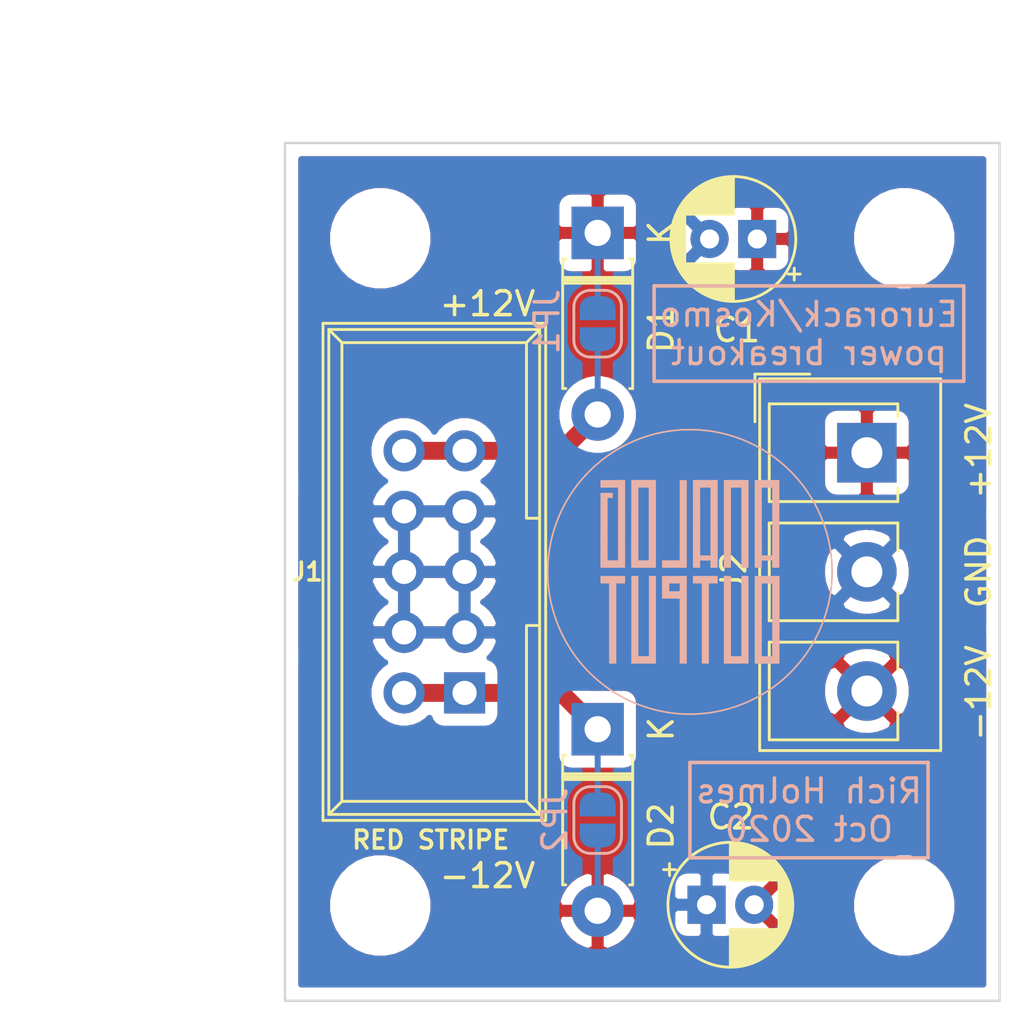
<source format=kicad_pcb>
(kicad_pcb (version 20171130) (host pcbnew 5.1.8-db9833491~87~ubuntu20.04.1)

  (general
    (thickness 1.6)
    (drawings 20)
    (tracks 10)
    (zones 0)
    (modules 13)
    (nets 6)
  )

  (page USLetter)
  (layers
    (0 F.Cu signal)
    (31 B.Cu signal)
    (32 B.Adhes user)
    (33 F.Adhes user)
    (34 B.Paste user)
    (35 F.Paste user)
    (36 B.SilkS user)
    (37 F.SilkS user)
    (38 B.Mask user)
    (39 F.Mask user)
    (40 Dwgs.User user)
    (41 Cmts.User user)
    (42 Eco1.User user)
    (43 Eco2.User user)
    (44 Edge.Cuts user)
    (45 Margin user)
    (46 B.CrtYd user)
    (47 F.CrtYd user)
    (48 B.Fab user hide)
    (49 F.Fab user hide)
  )

  (setup
    (last_trace_width 0.25)
    (user_trace_width 0.75)
    (trace_clearance 0.2)
    (zone_clearance 0.508)
    (zone_45_only no)
    (trace_min 0.2)
    (via_size 0.8)
    (via_drill 0.4)
    (via_min_size 0.4)
    (via_min_drill 0.3)
    (uvia_size 0.3)
    (uvia_drill 0.1)
    (uvias_allowed no)
    (uvia_min_size 0.2)
    (uvia_min_drill 0.1)
    (edge_width 0.1)
    (segment_width 0.2)
    (pcb_text_width 0.3)
    (pcb_text_size 1.5 1.5)
    (mod_edge_width 0.15)
    (mod_text_size 1 1)
    (mod_text_width 0.15)
    (pad_size 1.524 1.524)
    (pad_drill 0.762)
    (pad_to_mask_clearance 0)
    (aux_axis_origin 0 0)
    (visible_elements FFFFFF7F)
    (pcbplotparams
      (layerselection 0x010fc_ffffffff)
      (usegerberextensions false)
      (usegerberattributes true)
      (usegerberadvancedattributes true)
      (creategerberjobfile true)
      (excludeedgelayer true)
      (linewidth 0.100000)
      (plotframeref false)
      (viasonmask false)
      (mode 1)
      (useauxorigin false)
      (hpglpennumber 1)
      (hpglpenspeed 20)
      (hpglpendiameter 15.000000)
      (psnegative false)
      (psa4output false)
      (plotreference true)
      (plotvalue true)
      (plotinvisibletext false)
      (padsonsilk false)
      (subtractmaskfromsilk false)
      (outputformat 1)
      (mirror false)
      (drillshape 0)
      (scaleselection 1)
      (outputdirectory "../powerbreakout-Gerbers/"))
  )

  (net 0 "")
  (net 1 GND)
  (net 2 +12V)
  (net 3 -12V)
  (net 4 "Net-(D1-Pad2)")
  (net 5 "Net-(D2-Pad1)")

  (net_class Default "This is the default net class."
    (clearance 0.2)
    (trace_width 0.25)
    (via_dia 0.8)
    (via_drill 0.4)
    (uvia_dia 0.3)
    (uvia_drill 0.1)
    (add_net +12V)
    (add_net -12V)
    (add_net GND)
    (add_net "Net-(D1-Pad2)")
    (add_net "Net-(D2-Pad1)")
  )

  (module ao_tht:analogoutput_12mm (layer B.Cu) (tedit 0) (tstamp 5FB9C0FA)
    (at 12 0 180)
    (fp_text reference G*** (at 0 0) (layer B.SilkS) hide
      (effects (font (size 1.524 1.524) (thickness 0.3)) (justify mirror))
    )
    (fp_text value LOGO (at 0.75 0) (layer B.SilkS) hide
      (effects (font (size 1.524 1.524) (thickness 0.3)) (justify mirror))
    )
    (fp_poly (pts (xy 2.942365 3.848761) (xy 2.989548 3.848158) (xy 3.044401 3.847592) (xy 3.105096 3.847076)
      (xy 3.169808 3.84662) (xy 3.23671 3.846235) (xy 3.303975 3.845933) (xy 3.369778 3.845725)
      (xy 3.432293 3.845622) (xy 3.455112 3.845613) (xy 3.750654 3.845607) (xy 3.750654 3.541757)
      (xy 3.014767 3.541757) (xy 3.014767 0.479514) (xy 3.461047 0.479514) (xy 3.461047 3.104793)
      (xy 3.353038 3.10607) (xy 3.245028 3.107346) (xy 3.243749 3.210649) (xy 3.242469 3.313952)
      (xy 3.496751 3.312723) (xy 3.751032 3.311495) (xy 3.753028 0.175663) (xy 2.725159 0.175663)
      (xy 2.725159 3.851903) (xy 2.942365 3.848761)) (layer B.SilkS) (width 0.01))
    (fp_poly (pts (xy 1.942982 3.849189) (xy 2.456916 3.847981) (xy 2.459302 0.175663) (xy 1.429047 0.175663)
      (xy 1.429047 3.541757) (xy 1.723402 3.541757) (xy 1.723402 0.479514) (xy 2.164935 0.479514)
      (xy 2.164935 3.541757) (xy 1.723402 3.541757) (xy 1.429047 3.541757) (xy 1.429047 3.850397)
      (xy 1.942982 3.849189)) (layer B.SilkS) (width 0.01))
    (fp_poly (pts (xy 0.423723 2.163747) (xy 0.424916 0.481888) (xy 1.163178 0.479456) (xy 1.163178 0.175663)
      (xy 0.132935 0.175663) (xy 0.132935 3.845607) (xy 0.422529 3.845607) (xy 0.423723 2.163747)) (layer B.SilkS) (width 0.01))
    (fp_poly (pts (xy -0.132922 0.175663) (xy -0.422542 0.175663) (xy -0.422542 0.479514) (xy -0.868822 0.479514)
      (xy -0.868822 0.175663) (xy -1.163189 0.175663) (xy -1.161997 2.011822) (xy -1.161003 3.541757)
      (xy -0.868822 3.541757) (xy -0.868822 0.683569) (xy -0.424916 0.686037) (xy -0.422526 3.541757)
      (xy -0.868822 3.541757) (xy -1.161003 3.541757) (xy -1.160804 3.847981) (xy -0.135308 3.847981)
      (xy -0.132922 0.175663)) (layer B.SilkS) (width 0.01))
    (fp_poly (pts (xy -1.429046 0.175663) (xy -1.718654 0.175663) (xy -1.718654 3.541757) (xy -2.164934 3.541757)
      (xy -2.164934 0.175663) (xy -2.454542 0.175663) (xy -2.455693 1.85871) (xy -2.45578 1.986256)
      (xy -2.455866 2.112149) (xy -2.45595 2.236012) (xy -2.456032 2.357463) (xy -2.456111 2.476123)
      (xy -2.456188 2.591612) (xy -2.456262 2.703551) (xy -2.456334 2.81156) (xy -2.456402 2.915258)
      (xy -2.456466 3.014267) (xy -2.456527 3.108206) (xy -2.456584 3.196696) (xy -2.456637 3.279357)
      (xy -2.456685 3.355808) (xy -2.456729 3.425672) (xy -2.456767 3.488567) (xy -2.4568 3.544113)
      (xy -2.456828 3.591932) (xy -2.456851 3.631644) (xy -2.456867 3.662867) (xy -2.456877 3.685224)
      (xy -2.45688 3.694869) (xy -2.456916 3.847981) (xy -1.429046 3.848319) (xy -1.429046 0.175663)) (layer B.SilkS) (width 0.01))
    (fp_poly (pts (xy -2.725159 0.175663) (xy -3.014766 0.175663) (xy -3.014766 0.479514) (xy -3.461046 0.479514)
      (xy -3.461046 0.175663) (xy -3.750654 0.175663) (xy -3.75075 0.326402) (xy -3.750758 0.342562)
      (xy -3.750769 0.367839) (xy -3.750782 0.401854) (xy -3.750796 0.444228) (xy -3.750813 0.494582)
      (xy -3.750832 0.552537) (xy -3.750852 0.617716) (xy -3.750874 0.689738) (xy -3.750897 0.768226)
      (xy -3.750922 0.8528) (xy -3.750948 0.943082) (xy -3.750975 1.038693) (xy -3.751004 1.139254)
      (xy -3.751033 1.244386) (xy -3.751063 1.353712) (xy -3.751094 1.466851) (xy -3.751125 1.583425)
      (xy -3.751157 1.703056) (xy -3.751189 1.825364) (xy -3.751222 1.949971) (xy -3.751254 2.076499)
      (xy -3.751276 2.162561) (xy -3.751629 3.541757) (xy -3.461046 3.541757) (xy -3.461046 0.683569)
      (xy -3.01714 0.686037) (xy -3.015945 2.113897) (xy -3.014751 3.541757) (xy -3.461046 3.541757)
      (xy -3.751629 3.541757) (xy -3.751708 3.847981) (xy -3.238433 3.84815) (xy -2.725159 3.848319)
      (xy -2.725159 0.175663)) (layer B.SilkS) (width 0.01))
    (fp_poly (pts (xy 3.750654 -0.479514) (xy 3.385084 -0.479514) (xy 3.385084 -3.845608) (xy 3.090729 -3.845608)
      (xy 3.090729 -0.479514) (xy 2.725159 -0.479514) (xy 2.725159 -0.175664) (xy 3.750654 -0.175664)
      (xy 3.750654 -0.479514)) (layer B.SilkS) (width 0.01))
    (fp_poly (pts (xy 1.163178 -1.120391) (xy 0.424916 -1.122823) (xy 0.423721 -2.484215) (xy 0.422526 -3.845608)
      (xy 0.132935 -3.845608) (xy 0.132935 -0.717145) (xy 0.423348 -0.717145) (xy 0.4234 -0.748558)
      (xy 0.423583 -0.774763) (xy 0.42389 -0.794618) (xy 0.424314 -0.806976) (xy 0.424703 -0.810632)
      (xy 0.427199 -0.812086) (xy 0.43392 -0.813301) (xy 0.445537 -0.814294) (xy 0.462719 -0.815083)
      (xy 0.486135 -0.815686) (xy 0.516454 -0.816121) (xy 0.554346 -0.816406) (xy 0.60048 -0.816559)
      (xy 0.647907 -0.816598) (xy 0.868823 -0.816598) (xy 0.868823 -0.47942) (xy 0.646869 -0.480654)
      (xy 0.424916 -0.481888) (xy 0.423665 -0.643277) (xy 0.423434 -0.68167) (xy 0.423348 -0.717145)
      (xy 0.132935 -0.717145) (xy 0.132935 -0.175664) (xy 1.163178 -0.175664) (xy 1.163178 -1.120391)) (layer B.SilkS) (width 0.01))
    (fp_poly (pts (xy -0.132934 -0.479514) (xy -0.503252 -0.479514) (xy -0.503252 -3.845608) (xy -0.79286 -3.845608)
      (xy -0.79286 -0.479514) (xy -1.163177 -0.479514) (xy -1.163177 -0.175664) (xy -0.132934 -0.175664)
      (xy -0.132934 -0.479514)) (layer B.SilkS) (width 0.01))
    (fp_poly (pts (xy 1.718654 -3.541757) (xy 2.164935 -3.541757) (xy 2.164935 -0.175664) (xy 2.454542 -0.175664)
      (xy 2.455694 -1.858711) (xy 2.455781 -1.986256) (xy 2.455866 -2.11215) (xy 2.45595 -2.236012)
      (xy 2.456032 -2.357463) (xy 2.456111 -2.476124) (xy 2.456189 -2.591613) (xy 2.456263 -2.703552)
      (xy 2.456334 -2.81156) (xy 2.456402 -2.915259) (xy 2.456467 -3.014267) (xy 2.456528 -3.108207)
      (xy 2.456585 -3.196696) (xy 2.456637 -3.279357) (xy 2.456685 -3.355809) (xy 2.456729 -3.425672)
      (xy 2.456768 -3.488567) (xy 2.456801 -3.544114) (xy 2.456829 -3.591933) (xy 2.456851 -3.631644)
      (xy 2.456867 -3.662868) (xy 2.456878 -3.685225) (xy 2.456881 -3.694869) (xy 2.456916 -3.847982)
      (xy 1.942982 -3.848151) (xy 1.429047 -3.84832) (xy 1.429047 -0.175664) (xy 1.718654 -0.175664)
      (xy 1.718654 -3.541757)) (layer B.SilkS) (width 0.01))
    (fp_poly (pts (xy -2.164934 -3.541757) (xy -1.718654 -3.541757) (xy -1.718654 -0.175664) (xy -1.429046 -0.175664)
      (xy -1.429046 -3.848296) (xy -1.94215 -3.848296) (xy -2.011105 -3.848273) (xy -2.077352 -3.848206)
      (xy -2.140278 -3.848099) (xy -2.199272 -3.847953) (xy -2.25372 -3.847773) (xy -2.303009 -3.847561)
      (xy -2.346526 -3.84732) (xy -2.38366 -3.847054) (xy -2.413796 -3.846765) (xy -2.436322 -3.846456)
      (xy -2.450625 -3.846131) (xy -2.456093 -3.845791) (xy -2.45613 -3.845765) (xy -2.456189 -3.840888)
      (xy -2.456239 -3.82684) (xy -2.45628 -3.803945) (xy -2.456312 -3.772527) (xy -2.456335 -3.732909)
      (xy -2.45635 -3.685416) (xy -2.456356 -3.630372) (xy -2.456354 -3.5681) (xy -2.456344 -3.498926)
      (xy -2.456326 -3.423172) (xy -2.4563 -3.341163) (xy -2.456266 -3.253223) (xy -2.456224 -3.159675)
      (xy -2.456175 -3.060845) (xy -2.456118 -2.957055) (xy -2.456055 -2.84863) (xy -2.455983 -2.735894)
      (xy -2.455905 -2.619171) (xy -2.45582 -2.498785) (xy -2.455728 -2.37506) (xy -2.45563 -2.24832)
      (xy -2.455524 -2.118888) (xy -2.455432 -2.009449) (xy -2.453857 -0.175664) (xy -2.164934 -0.175664)
      (xy -2.164934 -3.541757)) (layer B.SilkS) (width 0.01))
    (fp_poly (pts (xy -2.725159 -3.850355) (xy -3.237115 -3.850355) (xy -3.306045 -3.850327) (xy -3.372304 -3.850243)
      (xy -3.435275 -3.850108) (xy -3.49434 -3.849926) (xy -3.548882 -3.8497) (xy -3.598284 -3.849434)
      (xy -3.641929 -3.849132) (xy -3.679199 -3.848798) (xy -3.709479 -3.848435) (xy -3.732149 -3.848048)
      (xy -3.746594 -3.84764) (xy -3.752196 -3.847215) (xy -3.752237 -3.84719) (xy -3.752463 -3.842268)
      (xy -3.752686 -3.828174) (xy -3.752904 -3.805234) (xy -3.753116 -3.77377) (xy -3.753323 -3.734108)
      (xy -3.753523 -3.686571) (xy -3.753716 -3.631483) (xy -3.753902 -3.569169) (xy -3.75408 -3.499953)
      (xy -3.754249 -3.424158) (xy -3.754408 -3.342109) (xy -3.754558 -3.254131) (xy -3.754698 -3.160547)
      (xy -3.754826 -3.061681) (xy -3.754943 -2.957857) (xy -3.755049 -2.8494) (xy -3.755141 -2.736634)
      (xy -3.755221 -2.619882) (xy -3.755286 -2.49947) (xy -3.755338 -2.375721) (xy -3.755375 -2.248959)
      (xy -3.755396 -2.119508) (xy -3.755402 -2.009844) (xy -3.755402 -0.479514) (xy -3.461046 -0.479514)
      (xy -3.461046 -3.541757) (xy -3.014766 -3.541757) (xy -3.014766 -0.479514) (xy -3.461046 -0.479514)
      (xy -3.755402 -0.479514) (xy -3.755402 -0.175664) (xy -2.725159 -0.175664) (xy -2.725159 -3.850355)) (layer B.SilkS) (width 0.01))
    (fp_poly (pts (xy 0.130835 5.99945) (xy 0.29206 5.994187) (xy 0.447783 5.984794) (xy 0.455776 5.984185)
      (xy 0.694112 5.961098) (xy 0.930523 5.928755) (xy 1.164789 5.887238) (xy 1.39669 5.836627)
      (xy 1.626006 5.777003) (xy 1.852517 5.708448) (xy 2.076003 5.631042) (xy 2.296245 5.544866)
      (xy 2.513022 5.450001) (xy 2.726114 5.346529) (xy 2.935302 5.234529) (xy 3.140365 5.114084)
      (xy 3.341084 4.985273) (xy 3.532262 4.8518) (xy 3.71768 4.711208) (xy 3.898259 4.56267)
      (xy 4.073485 4.406697) (xy 4.242842 4.243798) (xy 4.405815 4.074482) (xy 4.561888 3.899257)
      (xy 4.710546 3.718635) (xy 4.810363 3.588664) (xy 4.948693 3.395299) (xy 5.079051 3.1969)
      (xy 5.201317 2.993748) (xy 5.31537 2.786126) (xy 5.421088 2.574314) (xy 5.518351 2.358594)
      (xy 5.607038 2.139247) (xy 5.687028 1.916554) (xy 5.758199 1.690798) (xy 5.820432 1.462258)
      (xy 5.873605 1.231217) (xy 5.913312 1.023121) (xy 5.934238 0.894029) (xy 5.952178 0.766229)
      (xy 5.967432 0.637156) (xy 5.980298 0.504246) (xy 5.991075 0.364937) (xy 5.992473 0.344205)
      (xy 5.99405 0.314066) (xy 5.995391 0.275781) (xy 5.996494 0.23068) (xy 5.997361 0.180094)
      (xy 5.997989 0.125352) (xy 5.998381 0.067784) (xy 5.998534 0.008721) (xy 5.99845 -0.050507)
      (xy 5.998129 -0.10857) (xy 5.997569 -0.164139) (xy 5.996771 -0.215882) (xy 5.995736 -0.26247)
      (xy 5.994462 -0.302573) (xy 5.992951 -0.334861) (xy 5.992517 -0.341832) (xy 5.976553 -0.542307)
      (xy 5.955647 -0.735964) (xy 5.92958 -0.924224) (xy 5.898137 -1.108503) (xy 5.8611 -1.290222)
      (xy 5.822771 -1.452891) (xy 5.759807 -1.684806) (xy 5.68811 -1.913027) (xy 5.607748 -2.137429)
      (xy 5.518788 -2.357886) (xy 5.421297 -2.57427) (xy 5.315343 -2.786455) (xy 5.200994 -2.994315)
      (xy 5.078316 -3.197723) (xy 4.947378 -3.396553) (xy 4.808246 -3.590679) (xy 4.660988 -3.779974)
      (xy 4.505671 -3.964311) (xy 4.451922 -4.024852) (xy 4.428029 -4.050893) (xy 4.398474 -4.082263)
      (xy 4.364402 -4.117807) (xy 4.326962 -4.15637) (xy 4.287299 -4.196796) (xy 4.246562 -4.237931)
      (xy 4.205897 -4.27862) (xy 4.16645 -4.317709) (xy 4.129369 -4.354041) (xy 4.095802 -4.386462)
      (xy 4.066893 -4.413818) (xy 4.052131 -4.427439) (xy 3.870777 -4.58623) (xy 3.684357 -4.737037)
      (xy 3.493061 -4.879779) (xy 3.297082 -5.014377) (xy 3.096611 -5.140753) (xy 2.891841 -5.258827)
      (xy 2.682963 -5.36852) (xy 2.470169 -5.469753) (xy 2.253651 -5.562447) (xy 2.033601 -5.646523)
      (xy 1.810211 -5.7219) (xy 1.583672 -5.788502) (xy 1.354176 -5.846247) (xy 1.121916 -5.895057)
      (xy 0.887083 -5.934853) (xy 0.649868 -5.965556) (xy 0.410465 -5.987087) (xy 0.249253 -5.996327)
      (xy 0.219828 -5.997361) (xy 0.182823 -5.998234) (xy 0.139927 -5.998941) (xy 0.092824 -5.999478)
      (xy 0.043201 -5.999838) (xy -0.007255 -6.000016) (xy -0.056858 -6.000005) (xy -0.103922 -5.999802)
      (xy -0.14676 -5.9994) (xy -0.183686 -5.998793) (xy -0.213013 -5.997976) (xy -0.216018 -5.997861)
      (xy -0.456614 -5.983605) (xy -0.695293 -5.960165) (xy -0.931843 -5.927619) (xy -1.166053 -5.886047)
      (xy -1.39771 -5.835527) (xy -1.626604 -5.776137) (xy -1.852523 -5.707957) (xy -2.075255 -5.631066)
      (xy -2.294589 -5.545542) (xy -2.510312 -5.451464) (xy -2.722214 -5.348911) (xy -2.930082 -5.237962)
      (xy -3.133705 -5.118695) (xy -3.332871 -4.991189) (xy -3.527369 -4.855523) (xy -3.716986 -4.711776)
      (xy -3.757775 -4.679277) (xy -3.915826 -4.547372) (xy -4.072001 -4.407431) (xy -4.224805 -4.260908)
      (xy -4.37274 -4.109256) (xy -4.514312 -3.953926) (xy -4.565084 -3.895458) (xy -4.71303 -3.715535)
      (xy -4.854152 -3.529185) (xy -4.988185 -3.336849) (xy -5.114862 -3.138965) (xy -5.23392 -2.935976)
      (xy -5.345091 -2.72832) (xy -5.44811 -2.516437) (xy -5.542711 -2.300769) (xy -5.57386 -2.224281)
      (xy -5.657533 -2.001944) (xy -5.732122 -1.777112) (xy -5.797617 -1.550065) (xy -5.85401 -1.321086)
      (xy -5.901292 -1.090456) (xy -5.939453 -0.858457) (xy -5.968486 -0.62537) (xy -5.98838 -0.391476)
      (xy -5.999127 -0.157058) (xy -6.000191 0) (xy -5.936841 0) (xy -5.936762 -0.071995)
      (xy -5.936487 -0.135805) (xy -5.935956 -0.192738) (xy -5.935108 -0.244104) (xy -5.933884 -0.291212)
      (xy -5.932225 -0.33537) (xy -5.930069 -0.377888) (xy -5.927357 -0.420074) (xy -5.92403 -0.463239)
      (xy -5.920027 -0.508689) (xy -5.915289 -0.557736) (xy -5.909755 -0.611687) (xy -5.908177 -0.626692)
      (xy -5.878678 -0.861147) (xy -5.839938 -1.09369) (xy -5.792065 -1.324066) (xy -5.735167 -1.552021)
      (xy -5.669351 -1.7773) (xy -5.594728 -1.99965) (xy -5.511404 -2.218816) (xy -5.419487 -2.434543)
      (xy -5.319086 -2.646579) (xy -5.210309 -2.854669) (xy -5.093264 -3.058557) (xy -4.96806 -3.257991)
      (xy -4.834803 -3.452716) (xy -4.693604 -3.642477) (xy -4.548993 -3.821754) (xy -4.504897 -3.873775)
      (xy -4.462343 -3.922779) (xy -4.419983 -3.970224) (xy -4.376466 -4.01757) (xy -4.330443 -4.066279)
      (xy -4.280565 -4.117808) (xy -4.225481 -4.173619) (xy -4.201965 -4.197193) (xy -4.10596 -4.291636)
      (xy -4.013294 -4.379486) (xy -3.92227 -4.4622) (xy -3.831188 -4.541233) (xy -3.73835 -4.61804)
      (xy -3.642059 -4.694079) (xy -3.540615 -4.770804) (xy -3.486325 -4.810685) (xy -3.305262 -4.936998)
      (xy -3.117534 -5.057324) (xy -2.924021 -5.171233) (xy -2.725599 -5.278295) (xy -2.523147 -5.378079)
      (xy -2.317543 -5.470155) (xy -2.109666 -5.554092) (xy -1.900393 -5.629462) (xy -1.690603 -5.695832)
      (xy -1.664056 -5.70357) (xy -1.492451 -5.750691) (xy -1.323454 -5.792106) (xy -1.155467 -5.828079)
      (xy -0.986895 -5.858874) (xy -0.816138 -5.884758) (xy -0.6416 -5.905995) (xy -0.461683 -5.92285)
      (xy -0.274791 -5.935587) (xy -0.261121 -5.936347) (xy -0.240218 -5.937117) (xy -0.211005 -5.937645)
      (xy -0.174665 -5.937946) (xy -0.132378 -5.938035) (xy -0.085327 -5.937926) (xy -0.034694 -5.937634)
      (xy 0.018339 -5.937174) (xy 0.07259 -5.936561) (xy 0.126878 -5.93581) (xy 0.18002 -5.934936)
      (xy 0.230834 -5.933953) (xy 0.278139 -5.932876) (xy 0.320752 -5.93172) (xy 0.357491 -5.9305)
      (xy 0.387176 -5.929231) (xy 0.408299 -5.927952) (xy 0.516306 -5.919003) (xy 0.617452 -5.909211)
      (xy 0.714359 -5.898261) (xy 0.809648 -5.885833) (xy 0.905939 -5.871609) (xy 1.001757 -5.85597)
      (xy 1.233264 -5.81181) (xy 1.462528 -5.758486) (xy 1.689265 -5.696127) (xy 1.913193 -5.62486)
      (xy 2.134029 -5.544812) (xy 2.351489 -5.456111) (xy 2.565291 -5.358884) (xy 2.775153 -5.253259)
      (xy 2.98079 -5.139364) (xy 3.181921 -5.017325) (xy 3.378262 -4.887271) (xy 3.569531 -4.749329)
      (xy 3.724542 -4.628686) (xy 3.880163 -4.498724) (xy 4.033236 -4.361723) (xy 4.182154 -4.219236)
      (xy 4.32531 -4.072818) (xy 4.461096 -3.924024) (xy 4.502557 -3.876361) (xy 4.654311 -3.69257)
      (xy 4.798234 -3.503459) (xy 4.93423 -3.309186) (xy 5.062202 -3.109914) (xy 5.18205 -2.905803)
      (xy 5.293679 -2.697014) (xy 5.39699 -2.483707) (xy 5.491885 -2.266043) (xy 5.515032 -2.209096)
      (xy 5.598981 -1.986786) (xy 5.673864 -1.761801) (xy 5.739625 -1.534376) (xy 5.796208 -1.304742)
      (xy 5.843557 -1.073134) (xy 5.881614 -0.839784) (xy 5.910324 -0.604925) (xy 5.915378 -0.553103)
      (xy 5.919846 -0.504274) (xy 5.923659 -0.460319) (xy 5.926868 -0.419936) (xy 5.929524 -0.381823)
      (xy 5.931677 -0.344677) (xy 5.933379 -0.307195) (xy 5.934681 -0.268076) (xy 5.935632 -0.226017)
      (xy 5.936284 -0.179715) (xy 5.936688 -0.127867) (xy 5.936894 -0.069173) (xy 5.936953 -0.002328)
      (xy 5.936954 0) (xy 5.936898 0.067132) (xy 5.936697 0.126071) (xy 5.936301 0.178121)
      (xy 5.935657 0.224583) (xy 5.934717 0.26676) (xy 5.933428 0.305954) (xy 5.93174 0.343468)
      (xy 5.929602 0.380605) (xy 5.926963 0.418666) (xy 5.923773 0.458955) (xy 5.91998 0.502773)
      (xy 5.915534 0.551423) (xy 5.915378 0.553103) (xy 5.888801 0.787598) (xy 5.852923 1.020524)
      (xy 5.80785 1.251591) (xy 5.75369 1.480509) (xy 5.690549 1.706989) (xy 5.618536 1.930739)
      (xy 5.537756 2.151472) (xy 5.448317 2.368896) (xy 5.350327 2.582722) (xy 5.243892 2.792661)
      (xy 5.129119 2.998422) (xy 5.006115 3.199716) (xy 4.874989 3.396253) (xy 4.852856 3.427813)
      (xy 4.713129 3.617462) (xy 4.565717 3.801614) (xy 4.410831 3.980044) (xy 4.248682 4.152531)
      (xy 4.07948 4.318849) (xy 3.903437 4.478776) (xy 3.720762 4.632088) (xy 3.703178 4.646215)
      (xy 3.521071 4.78597) (xy 3.33248 4.919011) (xy 3.137901 5.04506) (xy 2.937831 5.163837)
      (xy 2.732767 5.275064) (xy 2.523206 5.378463) (xy 2.309645 5.473754) (xy 2.09258 5.56066)
      (xy 2.032 5.583176) (xy 1.820167 5.656056) (xy 1.606205 5.720569) (xy 1.389558 5.776833)
      (xy 1.169665 5.824966) (xy 0.94597 5.865086) (xy 0.717914 5.897312) (xy 0.484938 5.921763)
      (xy 0.403552 5.928398) (xy 0.365332 5.93077) (xy 0.318948 5.932786) (xy 0.265726 5.934445)
      (xy 0.206989 5.935749) (xy 0.144064 5.936697) (xy 0.078274 5.937288) (xy 0.010946 5.937524)
      (xy -0.056598 5.937404) (xy -0.12303 5.936927) (xy -0.187027 5.936095) (xy -0.247263 5.934906)
      (xy -0.302415 5.933361) (xy -0.351156 5.931461) (xy -0.392161 5.929204) (xy -0.403551 5.928398)
      (xy -0.609753 5.909833) (xy -0.809598 5.885725) (xy -1.004624 5.855807) (xy -1.196369 5.819811)
      (xy -1.386371 5.777471) (xy -1.576167 5.72852) (xy -1.612948 5.718276) (xy -1.837104 5.650203)
      (xy -2.058637 5.573122) (xy -2.277155 5.487238) (xy -2.492266 5.392757) (xy -2.703578 5.289885)
      (xy -2.910698 5.178828) (xy -3.113234 5.059792) (xy -3.310794 4.932983) (xy -3.502986 4.798608)
      (xy -3.689416 4.656871) (xy -3.790376 4.575006) (xy -3.898738 4.482588) (xy -4.00832 4.384306)
      (xy -4.117323 4.281908) (xy -4.223947 4.177142) (xy -4.326394 4.071758) (xy -4.422865 3.967503)
      (xy -4.469957 3.914448) (xy -4.622386 3.732905) (xy -4.767096 3.545985) (xy -4.903973 3.353947)
      (xy -5.032906 3.157047) (xy -5.153781 2.955544) (xy -5.266487 2.749694) (xy -5.37091 2.539755)
      (xy -5.466938 2.325985) (xy -5.554458 2.108639) (xy -5.633358 1.887977) (xy -5.703526 1.664255)
      (xy -5.764848 1.43773) (xy -5.817212 1.208661) (xy -5.860506 0.977303) (xy -5.894617 0.743916)
      (xy -5.908177 0.626691) (xy -5.913928 0.571249) (xy -5.918867 0.521053) (xy -5.923056 0.474792)
      (xy -5.926553 0.431159) (xy -5.929419 0.388844) (xy -5.931714 0.346538) (xy -5.933497 0.302933)
      (xy -5.934828 0.256719) (xy -5.935768 0.206587) (xy -5.936376 0.151228) (xy -5.936712 0.089334)
      (xy -5.936836 0.019595) (xy -5.936841 0) (xy -6.000191 0) (xy -6.000718 0.077602)
      (xy -5.993144 0.312225) (xy -5.976396 0.546527) (xy -5.950465 0.780228) (xy -5.915342 1.013045)
      (xy -5.871019 1.244697) (xy -5.817485 1.474903) (xy -5.754732 1.703381) (xy -5.704107 1.865832)
      (xy -5.625476 2.09085) (xy -5.538134 2.312177) (xy -5.442207 2.529597) (xy -5.33782 2.742896)
      (xy -5.225099 2.951859) (xy -5.104168 3.156272) (xy -4.975154 3.355921) (xy -4.838181 3.550591)
      (xy -4.693375 3.740066) (xy -4.54086 3.924134) (xy -4.427317 4.052131) (xy -4.405071 4.076041)
      (xy -4.377125 4.105333) (xy -4.34465 4.138835) (xy -4.308819 4.175377) (xy -4.270801 4.213786)
      (xy -4.231769 4.252891) (xy -4.192894 4.291521) (xy -4.155347 4.328505) (xy -4.120301 4.36267)
      (xy -4.088925 4.392846) (xy -4.062392 4.417861) (xy -4.052131 4.427317) (xy -3.872114 4.585213)
      (xy -3.686591 4.73546) (xy -3.495778 4.877936) (xy -3.299891 5.01252) (xy -3.099147 5.139092)
      (xy -2.893761 5.257529) (xy -2.68395 5.367711) (xy -2.469929 5.469517) (xy -2.251916 5.562826)
      (xy -2.030126 5.647516) (xy -1.804776 5.723466) (xy -1.661682 5.766598) (xy -1.430731 5.828152)
      (xy -1.197674 5.880448) (xy -0.962551 5.92348) (xy -0.725401 5.95724) (xy -0.512747 5.979475)
      (xy -0.357684 5.990595) (xy -0.196854 5.99764) (xy -0.033076 6.000596) (xy 0.130835 5.99945)) (layer B.SilkS) (width 0.01))
  )

  (module Jumper:SolderJumper-2_P1.3mm_Open_RoundedPad1.0x1.5mm (layer B.Cu) (tedit 5B391E66) (tstamp 5FB9BDCE)
    (at 8.128 10.414 270)
    (descr "SMD Solder Jumper, 1x1.5mm, rounded Pads, 0.3mm gap, open")
    (tags "solder jumper open")
    (path /5FB9B641)
    (attr virtual)
    (fp_text reference JP2 (at 0 1.8 90) (layer B.SilkS)
      (effects (font (size 1 1) (thickness 0.15)) (justify mirror))
    )
    (fp_text value SolderJumper_2_Open (at 0 -1.9 90) (layer B.Fab)
      (effects (font (size 1 1) (thickness 0.15)) (justify mirror))
    )
    (fp_line (start 1.65 -1.25) (end -1.65 -1.25) (layer B.CrtYd) (width 0.05))
    (fp_line (start 1.65 -1.25) (end 1.65 1.25) (layer B.CrtYd) (width 0.05))
    (fp_line (start -1.65 1.25) (end -1.65 -1.25) (layer B.CrtYd) (width 0.05))
    (fp_line (start -1.65 1.25) (end 1.65 1.25) (layer B.CrtYd) (width 0.05))
    (fp_line (start -0.7 1) (end 0.7 1) (layer B.SilkS) (width 0.12))
    (fp_line (start 1.4 0.3) (end 1.4 -0.3) (layer B.SilkS) (width 0.12))
    (fp_line (start 0.7 -1) (end -0.7 -1) (layer B.SilkS) (width 0.12))
    (fp_line (start -1.4 -0.3) (end -1.4 0.3) (layer B.SilkS) (width 0.12))
    (fp_arc (start -0.7 0.3) (end -0.7 1) (angle 90) (layer B.SilkS) (width 0.12))
    (fp_arc (start -0.7 -0.3) (end -1.4 -0.3) (angle 90) (layer B.SilkS) (width 0.12))
    (fp_arc (start 0.7 -0.3) (end 0.7 -1) (angle 90) (layer B.SilkS) (width 0.12))
    (fp_arc (start 0.7 0.3) (end 1.4 0.3) (angle 90) (layer B.SilkS) (width 0.12))
    (pad 2 smd custom (at 0.65 0 270) (size 1 0.5) (layers B.Cu B.Mask)
      (net 3 -12V) (zone_connect 2)
      (options (clearance outline) (anchor rect))
      (primitives
        (gr_circle (center 0 -0.25) (end 0.5 -0.25) (width 0))
        (gr_circle (center 0 0.25) (end 0.5 0.25) (width 0))
        (gr_poly (pts
           (xy 0 0.75) (xy -0.5 0.75) (xy -0.5 -0.75) (xy 0 -0.75)) (width 0))
      ))
    (pad 1 smd custom (at -0.65 0 270) (size 1 0.5) (layers B.Cu B.Mask)
      (net 5 "Net-(D2-Pad1)") (zone_connect 2)
      (options (clearance outline) (anchor rect))
      (primitives
        (gr_circle (center 0 -0.25) (end 0.5 -0.25) (width 0))
        (gr_circle (center 0 0.25) (end 0.5 0.25) (width 0))
        (gr_poly (pts
           (xy 0 0.75) (xy 0.5 0.75) (xy 0.5 -0.75) (xy 0 -0.75)) (width 0))
      ))
  )

  (module Jumper:SolderJumper-2_P1.3mm_Open_RoundedPad1.0x1.5mm (layer B.Cu) (tedit 5B391E66) (tstamp 5FB9BDBC)
    (at 8.128 -10.414 90)
    (descr "SMD Solder Jumper, 1x1.5mm, rounded Pads, 0.3mm gap, open")
    (tags "solder jumper open")
    (path /5FB9B1FC)
    (attr virtual)
    (fp_text reference JP1 (at 0.086 -2.128 90) (layer B.SilkS)
      (effects (font (size 1 1) (thickness 0.15)) (justify mirror))
    )
    (fp_text value SolderJumper_2_Open (at 0 -1.9 90) (layer B.Fab)
      (effects (font (size 1 1) (thickness 0.15)) (justify mirror))
    )
    (fp_line (start 1.65 -1.25) (end -1.65 -1.25) (layer B.CrtYd) (width 0.05))
    (fp_line (start 1.65 -1.25) (end 1.65 1.25) (layer B.CrtYd) (width 0.05))
    (fp_line (start -1.65 1.25) (end -1.65 -1.25) (layer B.CrtYd) (width 0.05))
    (fp_line (start -1.65 1.25) (end 1.65 1.25) (layer B.CrtYd) (width 0.05))
    (fp_line (start -0.7 1) (end 0.7 1) (layer B.SilkS) (width 0.12))
    (fp_line (start 1.4 0.3) (end 1.4 -0.3) (layer B.SilkS) (width 0.12))
    (fp_line (start 0.7 -1) (end -0.7 -1) (layer B.SilkS) (width 0.12))
    (fp_line (start -1.4 -0.3) (end -1.4 0.3) (layer B.SilkS) (width 0.12))
    (fp_arc (start -0.7 0.3) (end -0.7 1) (angle 90) (layer B.SilkS) (width 0.12))
    (fp_arc (start -0.7 -0.3) (end -1.4 -0.3) (angle 90) (layer B.SilkS) (width 0.12))
    (fp_arc (start 0.7 -0.3) (end 0.7 -1) (angle 90) (layer B.SilkS) (width 0.12))
    (fp_arc (start 0.7 0.3) (end 1.4 0.3) (angle 90) (layer B.SilkS) (width 0.12))
    (pad 2 smd custom (at 0.65 0 90) (size 1 0.5) (layers B.Cu B.Mask)
      (net 2 +12V) (zone_connect 2)
      (options (clearance outline) (anchor rect))
      (primitives
        (gr_circle (center 0 -0.25) (end 0.5 -0.25) (width 0))
        (gr_circle (center 0 0.25) (end 0.5 0.25) (width 0))
        (gr_poly (pts
           (xy 0 0.75) (xy -0.5 0.75) (xy -0.5 -0.75) (xy 0 -0.75)) (width 0))
      ))
    (pad 1 smd custom (at -0.65 0 90) (size 1 0.5) (layers B.Cu B.Mask)
      (net 4 "Net-(D1-Pad2)") (zone_connect 2)
      (options (clearance outline) (anchor rect))
      (primitives
        (gr_circle (center 0 -0.25) (end 0.5 -0.25) (width 0))
        (gr_circle (center 0 0.25) (end 0.5 0.25) (width 0))
        (gr_poly (pts
           (xy 0 0.75) (xy 0.5 0.75) (xy 0.5 -0.75) (xy 0 -0.75)) (width 0))
      ))
  )

  (module MountingHole:MountingHole_3.2mm_M3 (layer F.Cu) (tedit 56D1B4CB) (tstamp 5F83922D)
    (at 21 14)
    (descr "Mounting Hole 3.2mm, no annular, M3")
    (tags "mounting hole 3.2mm no annular m3")
    (attr virtual)
    (fp_text reference REF** (at 0 -4.2) (layer F.SilkS) hide
      (effects (font (size 1 1) (thickness 0.15)))
    )
    (fp_text value MountingHole_3.2mm_M3 (at 0 4.2) (layer F.Fab)
      (effects (font (size 1 1) (thickness 0.15)))
    )
    (fp_circle (center 0 0) (end 3.45 0) (layer F.CrtYd) (width 0.05))
    (fp_circle (center 0 0) (end 3.2 0) (layer Cmts.User) (width 0.15))
    (fp_text user %R (at 0.3 0) (layer F.Fab) hide
      (effects (font (size 1 1) (thickness 0.15)))
    )
    (pad 1 np_thru_hole circle (at 0 0) (size 3.2 3.2) (drill 3.2) (layers *.Cu *.Mask))
  )

  (module MountingHole:MountingHole_3.2mm_M3 (layer F.Cu) (tedit 56D1B4CB) (tstamp 5F839226)
    (at -1 14)
    (descr "Mounting Hole 3.2mm, no annular, M3")
    (tags "mounting hole 3.2mm no annular m3")
    (attr virtual)
    (fp_text reference REF** (at 0 -4.2) (layer F.SilkS) hide
      (effects (font (size 1 1) (thickness 0.15)))
    )
    (fp_text value MountingHole_3.2mm_M3 (at 0 4.2) (layer F.Fab)
      (effects (font (size 1 1) (thickness 0.15)))
    )
    (fp_circle (center 0 0) (end 3.2 0) (layer Cmts.User) (width 0.15))
    (fp_circle (center 0 0) (end 3.45 0) (layer F.CrtYd) (width 0.05))
    (fp_text user %R (at 0.3 0) (layer F.Fab) hide
      (effects (font (size 1 1) (thickness 0.15)))
    )
    (pad 1 np_thru_hole circle (at 0 0) (size 3.2 3.2) (drill 3.2) (layers *.Cu *.Mask))
  )

  (module MountingHole:MountingHole_3.2mm_M3 (layer F.Cu) (tedit 56D1B4CB) (tstamp 5F8391F0)
    (at -1 -14)
    (descr "Mounting Hole 3.2mm, no annular, M3")
    (tags "mounting hole 3.2mm no annular m3")
    (attr virtual)
    (fp_text reference REF** (at 0 -4.2) (layer F.SilkS) hide
      (effects (font (size 1 1) (thickness 0.15)))
    )
    (fp_text value MountingHole_3.2mm_M3 (at 0 4.2) (layer F.Fab)
      (effects (font (size 1 1) (thickness 0.15)))
    )
    (fp_circle (center 0 0) (end 3.45 0) (layer F.CrtYd) (width 0.05))
    (fp_circle (center 0 0) (end 3.2 0) (layer Cmts.User) (width 0.15))
    (fp_text user %R (at 0.3 0) (layer F.Fab) hide
      (effects (font (size 1 1) (thickness 0.15)))
    )
    (pad 1 np_thru_hole circle (at 0 0) (size 3.2 3.2) (drill 3.2) (layers *.Cu *.Mask))
  )

  (module MountingHole:MountingHole_3.2mm_M3 (layer F.Cu) (tedit 56D1B4CB) (tstamp 5F8391C2)
    (at 21 -14)
    (descr "Mounting Hole 3.2mm, no annular, M3")
    (tags "mounting hole 3.2mm no annular m3")
    (attr virtual)
    (fp_text reference REF** (at 0 -4.2) (layer F.SilkS) hide
      (effects (font (size 1 1) (thickness 0.15)))
    )
    (fp_text value MountingHole_3.2mm_M3 (at 0 4.2) (layer F.Fab)
      (effects (font (size 1 1) (thickness 0.15)))
    )
    (fp_circle (center 0 0) (end 3.2 0) (layer Cmts.User) (width 0.15))
    (fp_circle (center 0 0) (end 3.45 0) (layer F.CrtYd) (width 0.05))
    (fp_text user %R (at 0.3 0) (layer F.Fab) hide
      (effects (font (size 1 1) (thickness 0.15)))
    )
    (pad 1 np_thru_hole circle (at 0 0) (size 3.2 3.2) (drill 3.2) (layers *.Cu *.Mask))
  )

  (module ao_tht:TerminalBlock_Degson_DG301_1x03_P5.00mm_Vertical (layer F.Cu) (tedit 5F26C817) (tstamp 5F8377D4)
    (at 19.431 0 270)
    (descr "terminal block RND 205-00079, vertical (cable from top), 3 pins, pitch 5mm, size 15x10mm^2, drill diamater 1.3mm, pad diameter 2.5mm, see http://cdn-reichelt.de/documents/datenblatt/C151/RND_205-00276_DB_EN.pdf, script-generated with , script-generated using https://github.com/pointhi/kicad-footprint-generator/scripts/TerminalBlock_RND")
    (tags "THT terminal block RND 205-00079 vertical pitch 5mm size 15x10mm^2 drill 1.3mm pad 2.5mm")
    (path /5F836BF8)
    (fp_text reference J2 (at 0 5.588 90) (layer F.SilkS)
      (effects (font (size 1 1) (thickness 0.15)))
    )
    (fp_text value Screw_Terminal_01x03 (at -0.05 7.1 90) (layer F.Fab)
      (effects (font (size 1 1) (thickness 0.15)))
    )
    (fp_line (start 7.9 -3.5) (end -8.5 -3.5) (layer F.CrtYd) (width 0.05))
    (fp_line (start 7.9 4.9) (end 7.9 -3.5) (layer F.CrtYd) (width 0.05))
    (fp_line (start -8.5 4.9) (end 7.9 4.9) (layer F.CrtYd) (width 0.05))
    (fp_line (start -8.5 -3.5) (end -8.5 4.9) (layer F.CrtYd) (width 0.05))
    (fp_line (start -8.3 4.7) (end -6.3 4.7) (layer F.SilkS) (width 0.12))
    (fp_line (start -8.3 2.4) (end -8.3 4.7) (layer F.SilkS) (width 0.12))
    (fp_line (start 7.05 -1.3) (end 2.95 -1.3) (layer F.Fab) (width 0.1))
    (fp_line (start 7.05 4.1) (end 7.05 -1.3) (layer F.Fab) (width 0.1))
    (fp_line (start 2.95 4.1) (end 7.05 4.1) (layer F.Fab) (width 0.1))
    (fp_line (start 2.95 -1.3) (end 2.95 4.1) (layer F.Fab) (width 0.1))
    (fp_line (start 7.05 -1.3) (end 7.05 4.1) (layer F.SilkS) (width 0.12))
    (fp_line (start 2.95 -1.3) (end 2.95 4.1) (layer F.SilkS) (width 0.12))
    (fp_line (start 2.95 4.1) (end 7.05 4.1) (layer F.SilkS) (width 0.12))
    (fp_line (start 5.884 -1.3) (end 7.05 -1.3) (layer F.SilkS) (width 0.12))
    (fp_line (start 2.95 -1.3) (end 4.117 -1.3) (layer F.SilkS) (width 0.12))
    (fp_line (start 2.05 -1.3) (end -2.05 -1.3) (layer F.Fab) (width 0.1))
    (fp_line (start 2.05 4.1) (end 2.05 -1.3) (layer F.Fab) (width 0.1))
    (fp_line (start -2.05 4.1) (end 2.05 4.1) (layer F.Fab) (width 0.1))
    (fp_line (start -2.05 -1.3) (end -2.05 4.1) (layer F.Fab) (width 0.1))
    (fp_line (start 2.05 -1.3) (end 2.05 4.1) (layer F.SilkS) (width 0.12))
    (fp_line (start -2.05 -1.3) (end -2.05 4.1) (layer F.SilkS) (width 0.12))
    (fp_line (start -2.05 4.1) (end 2.05 4.1) (layer F.SilkS) (width 0.12))
    (fp_line (start 0.884 -1.3) (end 2.05 -1.3) (layer F.SilkS) (width 0.12))
    (fp_line (start -2.05 -1.3) (end -0.883 -1.3) (layer F.SilkS) (width 0.12))
    (fp_line (start -2.95 -1.3) (end -7.05 -1.3) (layer F.Fab) (width 0.1))
    (fp_line (start -2.95 4.1) (end -2.95 -1.3) (layer F.Fab) (width 0.1))
    (fp_line (start -7.05 4.1) (end -2.95 4.1) (layer F.Fab) (width 0.1))
    (fp_line (start -7.05 -1.3) (end -7.05 4.1) (layer F.Fab) (width 0.1))
    (fp_line (start -2.95 -1.3) (end -2.95 4.1) (layer F.SilkS) (width 0.12))
    (fp_line (start -7.05 -1.3) (end -7.05 4.1) (layer F.SilkS) (width 0.12))
    (fp_line (start -7.05 4.1) (end -2.95 4.1) (layer F.SilkS) (width 0.12))
    (fp_line (start -3.51 -1.3) (end -2.95 -1.3) (layer F.SilkS) (width 0.12))
    (fp_line (start -7.05 -1.3) (end -6.49 -1.3) (layer F.SilkS) (width 0.12))
    (fp_line (start 7.5 -3.1) (end 7.5 4.5) (layer F.SilkS) (width 0.12))
    (fp_line (start -8.1 -3.1) (end -8.1 4.5) (layer F.SilkS) (width 0.12))
    (fp_line (start -8.1 -3.1) (end 7.5 -3.1) (layer F.SilkS) (width 0.12))
    (fp_line (start -8.1 2.6) (end -8.1 -3.1) (layer F.Fab) (width 0.1))
    (fp_line (start -6.2 4.5) (end -8.1 2.6) (layer F.Fab) (width 0.1))
    (fp_line (start 7.5 4.5) (end -6.2 4.5) (layer F.Fab) (width 0.1))
    (fp_line (start 7.5 -3.1) (end 7.5 4.5) (layer F.Fab) (width 0.1))
    (fp_line (start -8.1 -3.1) (end 7.5 -3.1) (layer F.Fab) (width 0.1))
    (fp_line (start -8.1 4.5) (end 7.5 4.5) (layer F.SilkS) (width 0.12))
    (fp_text user %R (at 0 5.7 90) (layer F.Fab)
      (effects (font (size 1 1) (thickness 0.15)))
    )
    (fp_text user LABEL (at 0 5.7 90) (layer F.SilkS) hide
      (effects (font (size 1 1) (thickness 0.15)))
    )
    (pad 3 thru_hole circle (at 5 0 270) (size 2.5 2.5) (drill 1.3) (layers *.Cu *.Mask)
      (net 3 -12V))
    (pad 2 thru_hole circle (at 0 0 270) (size 2.5 2.5) (drill 1.3) (layers *.Cu *.Mask)
      (net 1 GND))
    (pad 1 thru_hole rect (at -5 0 270) (size 2.5 2.5) (drill 1.3) (layers *.Cu *.Mask)
      (net 2 +12V))
    (model ${KISYS3DMOD}/TerminalBlock_RND.3dshapes/TerminalBlock_RND_205-00277_1x03_P5.00mm_Vertical.wrl
      (at (xyz 0 0 0))
      (scale (xyz 1 1 1))
      (rotate (xyz 0 0 0))
    )
  )

  (module ao_tht:Power_Header (layer F.Cu) (tedit 5EEA25FD) (tstamp 5F8377A1)
    (at 2.54 5.08 180)
    (descr "Through hole straight IDC box header, 2x05, 2.54mm pitch, double rows")
    (tags "Through hole IDC box header THT 2x05 2.54mm double row")
    (path /5F73591B)
    (fp_text reference J1 (at 6.604 5.08) (layer F.SilkS)
      (effects (font (size 0.75 0.75) (thickness 0.15)))
    )
    (fp_text value Synth_power_2x5 (at 1.27 18.34) (layer F.Fab)
      (effects (font (size 1 1) (thickness 0.15)))
    )
    (fp_line (start 5.695 -5.1) (end 5.695 15.26) (layer F.Fab) (width 0.1))
    (fp_line (start 5.145 -4.56) (end 5.145 14.7) (layer F.Fab) (width 0.1))
    (fp_line (start -3.155 -5.1) (end -3.155 15.26) (layer F.Fab) (width 0.1))
    (fp_line (start -2.605 -4.56) (end -2.605 2.83) (layer F.Fab) (width 0.1))
    (fp_line (start -2.605 7.33) (end -2.605 14.7) (layer F.Fab) (width 0.1))
    (fp_line (start -2.605 2.83) (end -3.155 2.83) (layer F.Fab) (width 0.1))
    (fp_line (start -2.605 7.33) (end -3.155 7.33) (layer F.Fab) (width 0.1))
    (fp_line (start 5.695 -5.1) (end -3.155 -5.1) (layer F.Fab) (width 0.1))
    (fp_line (start 5.145 -4.56) (end -2.605 -4.56) (layer F.Fab) (width 0.1))
    (fp_line (start 5.695 15.26) (end -3.155 15.26) (layer F.Fab) (width 0.1))
    (fp_line (start 5.145 14.7) (end -2.605 14.7) (layer F.Fab) (width 0.1))
    (fp_line (start 5.695 -5.1) (end 5.145 -4.56) (layer F.Fab) (width 0.1))
    (fp_line (start 5.695 15.26) (end 5.145 14.7) (layer F.Fab) (width 0.1))
    (fp_line (start -3.155 -5.1) (end -2.605 -4.56) (layer F.Fab) (width 0.1))
    (fp_line (start -3.155 15.26) (end -2.605 14.7) (layer F.Fab) (width 0.1))
    (fp_line (start 5.95 -5.35) (end 5.95 15.51) (layer F.CrtYd) (width 0.05))
    (fp_line (start 5.95 15.51) (end -3.41 15.51) (layer F.CrtYd) (width 0.05))
    (fp_line (start -3.41 15.51) (end -3.41 -5.35) (layer F.CrtYd) (width 0.05))
    (fp_line (start -3.41 -5.35) (end 5.95 -5.35) (layer F.CrtYd) (width 0.05))
    (fp_line (start 5.945 -5.35) (end 5.945 15.51) (layer F.SilkS) (width 0.12))
    (fp_line (start 5.945 15.51) (end -3.405 15.51) (layer F.SilkS) (width 0.12))
    (fp_line (start -3.405 15.51) (end -3.405 -5.35) (layer F.SilkS) (width 0.12))
    (fp_line (start -3.405 -5.35) (end 5.945 -5.35) (layer F.SilkS) (width 0.12))
    (fp_line (start -3.15 -5.1) (end 5.7 -5.1) (layer F.SilkS) (width 0.12))
    (fp_line (start 5.7 -5.1) (end 5.7 15.25) (layer F.SilkS) (width 0.12))
    (fp_line (start 5.7 15.25) (end -3.15 15.25) (layer F.SilkS) (width 0.12))
    (fp_line (start -3.15 15.25) (end -3.15 -5.1) (layer F.SilkS) (width 0.12))
    (fp_line (start -3.15 -5.1) (end -2.6 -4.55) (layer F.SilkS) (width 0.12))
    (fp_line (start -2.6 -4.55) (end 5.15 -4.55) (layer F.SilkS) (width 0.12))
    (fp_line (start 5.15 -4.55) (end 5.7 -5.1) (layer F.SilkS) (width 0.12))
    (fp_line (start 5.15 -4.55) (end 5.15 14.7) (layer F.SilkS) (width 0.12))
    (fp_line (start 5.15 14.7) (end 5.7 15.25) (layer F.SilkS) (width 0.12))
    (fp_line (start 5.15 14.7) (end -2.6 14.7) (layer F.SilkS) (width 0.12))
    (fp_line (start -2.6 14.7) (end -3.1 15.2) (layer F.SilkS) (width 0.12))
    (fp_line (start -2.6 14.7) (end -2.6 7.35) (layer F.SilkS) (width 0.12))
    (fp_line (start -2.6 7.33) (end -3.11 7.33) (layer F.SilkS) (width 0.12))
    (fp_line (start -3.1 2.83) (end -2.62 2.83) (layer F.SilkS) (width 0.12))
    (fp_line (start -2.6 2.83) (end -2.6 -4.55) (layer F.SilkS) (width 0.12))
    (fp_text user "RED STRIPE" (at -3.96 -7.42 90) (layer F.SilkS) hide
      (effects (font (size 1 1) (thickness 0.15)))
    )
    (fp_text user -12V (at -0.96 -7.67 180) (layer F.SilkS)
      (effects (font (size 1 1) (thickness 0.15)))
    )
    (fp_text user +12V (at -0.96 16.33) (layer F.SilkS)
      (effects (font (size 1 1) (thickness 0.15)))
    )
    (fp_text user %R (at 1.27 5.08) (layer F.Fab)
      (effects (font (size 1 1) (thickness 0.15)))
    )
    (pad 10 thru_hole oval (at 2.54 10.16 180) (size 1.7272 1.7272) (drill 1.016) (layers *.Cu *.Mask)
      (net 4 "Net-(D1-Pad2)"))
    (pad 9 thru_hole oval (at 0 10.16 180) (size 1.7272 1.7272) (drill 1.016) (layers *.Cu *.Mask)
      (net 4 "Net-(D1-Pad2)"))
    (pad 8 thru_hole oval (at 2.54 7.62 180) (size 1.7272 1.7272) (drill 1.016) (layers *.Cu *.Mask)
      (net 1 GND))
    (pad 7 thru_hole oval (at 0 7.62 180) (size 1.7272 1.7272) (drill 1.016) (layers *.Cu *.Mask)
      (net 1 GND))
    (pad 6 thru_hole oval (at 2.54 5.08 180) (size 1.7272 1.7272) (drill 1.016) (layers *.Cu *.Mask)
      (net 1 GND))
    (pad 5 thru_hole oval (at 0 5.08 180) (size 1.7272 1.7272) (drill 1.016) (layers *.Cu *.Mask)
      (net 1 GND))
    (pad 4 thru_hole oval (at 2.54 2.54 180) (size 1.7272 1.7272) (drill 1.016) (layers *.Cu *.Mask)
      (net 1 GND))
    (pad 3 thru_hole oval (at 0 2.54 180) (size 1.7272 1.7272) (drill 1.016) (layers *.Cu *.Mask)
      (net 1 GND))
    (pad 2 thru_hole oval (at 2.54 0 180) (size 1.7272 1.7272) (drill 1.016) (layers *.Cu *.Mask)
      (net 5 "Net-(D2-Pad1)"))
    (pad 1 thru_hole rect (at 0 0 180) (size 1.7272 1.7272) (drill 1.016) (layers *.Cu *.Mask)
      (net 5 "Net-(D2-Pad1)"))
    (model ${KISYS3DMOD}/Connector_IDC.3dshapes/IDC-Header_2x05_P2.54mm_Vertical.wrl
      (at (xyz 0 0 0))
      (scale (xyz 1 1 1))
      (rotate (xyz 0 0 0))
    )
  )

  (module Diode_THT:D_DO-41_SOD81_P7.62mm_Horizontal (layer F.Cu) (tedit 5AE50CD5) (tstamp 5F837769)
    (at 8.128 6.604 270)
    (descr "Diode, DO-41_SOD81 series, Axial, Horizontal, pin pitch=7.62mm, , length*diameter=5.2*2.7mm^2, , http://www.diodes.com/_files/packages/DO-41%20(Plastic).pdf")
    (tags "Diode DO-41_SOD81 series Axial Horizontal pin pitch 7.62mm  length 5.2mm diameter 2.7mm")
    (path /5F73FA2A)
    (fp_text reference D2 (at 4.064 -2.667 90) (layer F.SilkS)
      (effects (font (size 1 1) (thickness 0.15)))
    )
    (fp_text value D_Schottky (at 3.81 2.47 90) (layer F.Fab)
      (effects (font (size 1 1) (thickness 0.15)))
    )
    (fp_line (start 1.21 -1.35) (end 1.21 1.35) (layer F.Fab) (width 0.1))
    (fp_line (start 1.21 1.35) (end 6.41 1.35) (layer F.Fab) (width 0.1))
    (fp_line (start 6.41 1.35) (end 6.41 -1.35) (layer F.Fab) (width 0.1))
    (fp_line (start 6.41 -1.35) (end 1.21 -1.35) (layer F.Fab) (width 0.1))
    (fp_line (start 0 0) (end 1.21 0) (layer F.Fab) (width 0.1))
    (fp_line (start 7.62 0) (end 6.41 0) (layer F.Fab) (width 0.1))
    (fp_line (start 1.99 -1.35) (end 1.99 1.35) (layer F.Fab) (width 0.1))
    (fp_line (start 2.09 -1.35) (end 2.09 1.35) (layer F.Fab) (width 0.1))
    (fp_line (start 1.89 -1.35) (end 1.89 1.35) (layer F.Fab) (width 0.1))
    (fp_line (start 1.09 -1.34) (end 1.09 -1.47) (layer F.SilkS) (width 0.12))
    (fp_line (start 1.09 -1.47) (end 6.53 -1.47) (layer F.SilkS) (width 0.12))
    (fp_line (start 6.53 -1.47) (end 6.53 -1.34) (layer F.SilkS) (width 0.12))
    (fp_line (start 1.09 1.34) (end 1.09 1.47) (layer F.SilkS) (width 0.12))
    (fp_line (start 1.09 1.47) (end 6.53 1.47) (layer F.SilkS) (width 0.12))
    (fp_line (start 6.53 1.47) (end 6.53 1.34) (layer F.SilkS) (width 0.12))
    (fp_line (start 1.99 -1.47) (end 1.99 1.47) (layer F.SilkS) (width 0.12))
    (fp_line (start 2.11 -1.47) (end 2.11 1.47) (layer F.SilkS) (width 0.12))
    (fp_line (start 1.87 -1.47) (end 1.87 1.47) (layer F.SilkS) (width 0.12))
    (fp_line (start -1.35 -1.6) (end -1.35 1.6) (layer F.CrtYd) (width 0.05))
    (fp_line (start -1.35 1.6) (end 8.97 1.6) (layer F.CrtYd) (width 0.05))
    (fp_line (start 8.97 1.6) (end 8.97 -1.6) (layer F.CrtYd) (width 0.05))
    (fp_line (start 8.97 -1.6) (end -1.35 -1.6) (layer F.CrtYd) (width 0.05))
    (fp_text user K (at 0 -2.667 90) (layer F.SilkS)
      (effects (font (size 1 1) (thickness 0.15)))
    )
    (fp_text user K (at 0 -2.1 90) (layer F.Fab)
      (effects (font (size 1 1) (thickness 0.15)))
    )
    (fp_text user %R (at 4.2 0 90) (layer F.Fab)
      (effects (font (size 1 1) (thickness 0.15)))
    )
    (pad 2 thru_hole oval (at 7.62 0 270) (size 2.2 2.2) (drill 1.1) (layers *.Cu *.Mask)
      (net 3 -12V))
    (pad 1 thru_hole rect (at 0 0 270) (size 2.2 2.2) (drill 1.1) (layers *.Cu *.Mask)
      (net 5 "Net-(D2-Pad1)"))
    (model ${KISYS3DMOD}/Diode_THT.3dshapes/D_DO-41_SOD81_P7.62mm_Horizontal.wrl
      (at (xyz 0 0 0))
      (scale (xyz 1 1 1))
      (rotate (xyz 0 0 0))
    )
  )

  (module Diode_THT:D_DO-41_SOD81_P7.62mm_Horizontal (layer F.Cu) (tedit 5AE50CD5) (tstamp 5F83774A)
    (at 8.128 -14.224 270)
    (descr "Diode, DO-41_SOD81 series, Axial, Horizontal, pin pitch=7.62mm, , length*diameter=5.2*2.7mm^2, , http://www.diodes.com/_files/packages/DO-41%20(Plastic).pdf")
    (tags "Diode DO-41_SOD81 series Axial Horizontal pin pitch 7.62mm  length 5.2mm diameter 2.7mm")
    (path /5F73FA24)
    (fp_text reference D1 (at 4.064 -2.667 90) (layer F.SilkS)
      (effects (font (size 1 1) (thickness 0.15)))
    )
    (fp_text value D_Schottky (at 3.81 2.47 90) (layer F.Fab)
      (effects (font (size 1 1) (thickness 0.15)))
    )
    (fp_line (start 1.21 -1.35) (end 1.21 1.35) (layer F.Fab) (width 0.1))
    (fp_line (start 1.21 1.35) (end 6.41 1.35) (layer F.Fab) (width 0.1))
    (fp_line (start 6.41 1.35) (end 6.41 -1.35) (layer F.Fab) (width 0.1))
    (fp_line (start 6.41 -1.35) (end 1.21 -1.35) (layer F.Fab) (width 0.1))
    (fp_line (start 0 0) (end 1.21 0) (layer F.Fab) (width 0.1))
    (fp_line (start 7.62 0) (end 6.41 0) (layer F.Fab) (width 0.1))
    (fp_line (start 1.99 -1.35) (end 1.99 1.35) (layer F.Fab) (width 0.1))
    (fp_line (start 2.09 -1.35) (end 2.09 1.35) (layer F.Fab) (width 0.1))
    (fp_line (start 1.89 -1.35) (end 1.89 1.35) (layer F.Fab) (width 0.1))
    (fp_line (start 1.09 -1.34) (end 1.09 -1.47) (layer F.SilkS) (width 0.12))
    (fp_line (start 1.09 -1.47) (end 6.53 -1.47) (layer F.SilkS) (width 0.12))
    (fp_line (start 6.53 -1.47) (end 6.53 -1.34) (layer F.SilkS) (width 0.12))
    (fp_line (start 1.09 1.34) (end 1.09 1.47) (layer F.SilkS) (width 0.12))
    (fp_line (start 1.09 1.47) (end 6.53 1.47) (layer F.SilkS) (width 0.12))
    (fp_line (start 6.53 1.47) (end 6.53 1.34) (layer F.SilkS) (width 0.12))
    (fp_line (start 1.99 -1.47) (end 1.99 1.47) (layer F.SilkS) (width 0.12))
    (fp_line (start 2.11 -1.47) (end 2.11 1.47) (layer F.SilkS) (width 0.12))
    (fp_line (start 1.87 -1.47) (end 1.87 1.47) (layer F.SilkS) (width 0.12))
    (fp_line (start -1.35 -1.6) (end -1.35 1.6) (layer F.CrtYd) (width 0.05))
    (fp_line (start -1.35 1.6) (end 8.97 1.6) (layer F.CrtYd) (width 0.05))
    (fp_line (start 8.97 1.6) (end 8.97 -1.6) (layer F.CrtYd) (width 0.05))
    (fp_line (start 8.97 -1.6) (end -1.35 -1.6) (layer F.CrtYd) (width 0.05))
    (fp_text user K (at 0 -2.667 90) (layer F.SilkS)
      (effects (font (size 1 1) (thickness 0.15)))
    )
    (fp_text user K (at 0 -2.1 90) (layer F.Fab)
      (effects (font (size 1 1) (thickness 0.15)))
    )
    (fp_text user %R (at 4.2 0 90) (layer F.Fab)
      (effects (font (size 1 1) (thickness 0.15)))
    )
    (pad 2 thru_hole oval (at 7.62 0 270) (size 2.2 2.2) (drill 1.1) (layers *.Cu *.Mask)
      (net 4 "Net-(D1-Pad2)"))
    (pad 1 thru_hole rect (at 0 0 270) (size 2.2 2.2) (drill 1.1) (layers *.Cu *.Mask)
      (net 2 +12V))
    (model ${KISYS3DMOD}/Diode_THT.3dshapes/D_DO-41_SOD81_P7.62mm_Horizontal.wrl
      (at (xyz 0 0 0))
      (scale (xyz 1 1 1))
      (rotate (xyz 0 0 0))
    )
  )

  (module Capacitor_THT:CP_Radial_D5.0mm_P2.00mm (layer F.Cu) (tedit 5AE50EF0) (tstamp 5F83772B)
    (at 12.7 13.97)
    (descr "CP, Radial series, Radial, pin pitch=2.00mm, , diameter=5mm, Electrolytic Capacitor")
    (tags "CP Radial series Radial pin pitch 2.00mm  diameter 5mm Electrolytic Capacitor")
    (path /5F73FA36)
    (fp_text reference C2 (at 1.016 -3.683) (layer F.SilkS)
      (effects (font (size 1 1) (thickness 0.15)))
    )
    (fp_text value 10uF (at 1 3.75) (layer F.Fab)
      (effects (font (size 1 1) (thickness 0.15)))
    )
    (fp_circle (center 1 0) (end 3.5 0) (layer F.Fab) (width 0.1))
    (fp_circle (center 1 0) (end 3.62 0) (layer F.SilkS) (width 0.12))
    (fp_circle (center 1 0) (end 3.75 0) (layer F.CrtYd) (width 0.05))
    (fp_line (start -1.133605 -1.0875) (end -0.633605 -1.0875) (layer F.Fab) (width 0.1))
    (fp_line (start -0.883605 -1.3375) (end -0.883605 -0.8375) (layer F.Fab) (width 0.1))
    (fp_line (start 1 1.04) (end 1 2.58) (layer F.SilkS) (width 0.12))
    (fp_line (start 1 -2.58) (end 1 -1.04) (layer F.SilkS) (width 0.12))
    (fp_line (start 1.04 1.04) (end 1.04 2.58) (layer F.SilkS) (width 0.12))
    (fp_line (start 1.04 -2.58) (end 1.04 -1.04) (layer F.SilkS) (width 0.12))
    (fp_line (start 1.08 -2.579) (end 1.08 -1.04) (layer F.SilkS) (width 0.12))
    (fp_line (start 1.08 1.04) (end 1.08 2.579) (layer F.SilkS) (width 0.12))
    (fp_line (start 1.12 -2.578) (end 1.12 -1.04) (layer F.SilkS) (width 0.12))
    (fp_line (start 1.12 1.04) (end 1.12 2.578) (layer F.SilkS) (width 0.12))
    (fp_line (start 1.16 -2.576) (end 1.16 -1.04) (layer F.SilkS) (width 0.12))
    (fp_line (start 1.16 1.04) (end 1.16 2.576) (layer F.SilkS) (width 0.12))
    (fp_line (start 1.2 -2.573) (end 1.2 -1.04) (layer F.SilkS) (width 0.12))
    (fp_line (start 1.2 1.04) (end 1.2 2.573) (layer F.SilkS) (width 0.12))
    (fp_line (start 1.24 -2.569) (end 1.24 -1.04) (layer F.SilkS) (width 0.12))
    (fp_line (start 1.24 1.04) (end 1.24 2.569) (layer F.SilkS) (width 0.12))
    (fp_line (start 1.28 -2.565) (end 1.28 -1.04) (layer F.SilkS) (width 0.12))
    (fp_line (start 1.28 1.04) (end 1.28 2.565) (layer F.SilkS) (width 0.12))
    (fp_line (start 1.32 -2.561) (end 1.32 -1.04) (layer F.SilkS) (width 0.12))
    (fp_line (start 1.32 1.04) (end 1.32 2.561) (layer F.SilkS) (width 0.12))
    (fp_line (start 1.36 -2.556) (end 1.36 -1.04) (layer F.SilkS) (width 0.12))
    (fp_line (start 1.36 1.04) (end 1.36 2.556) (layer F.SilkS) (width 0.12))
    (fp_line (start 1.4 -2.55) (end 1.4 -1.04) (layer F.SilkS) (width 0.12))
    (fp_line (start 1.4 1.04) (end 1.4 2.55) (layer F.SilkS) (width 0.12))
    (fp_line (start 1.44 -2.543) (end 1.44 -1.04) (layer F.SilkS) (width 0.12))
    (fp_line (start 1.44 1.04) (end 1.44 2.543) (layer F.SilkS) (width 0.12))
    (fp_line (start 1.48 -2.536) (end 1.48 -1.04) (layer F.SilkS) (width 0.12))
    (fp_line (start 1.48 1.04) (end 1.48 2.536) (layer F.SilkS) (width 0.12))
    (fp_line (start 1.52 -2.528) (end 1.52 -1.04) (layer F.SilkS) (width 0.12))
    (fp_line (start 1.52 1.04) (end 1.52 2.528) (layer F.SilkS) (width 0.12))
    (fp_line (start 1.56 -2.52) (end 1.56 -1.04) (layer F.SilkS) (width 0.12))
    (fp_line (start 1.56 1.04) (end 1.56 2.52) (layer F.SilkS) (width 0.12))
    (fp_line (start 1.6 -2.511) (end 1.6 -1.04) (layer F.SilkS) (width 0.12))
    (fp_line (start 1.6 1.04) (end 1.6 2.511) (layer F.SilkS) (width 0.12))
    (fp_line (start 1.64 -2.501) (end 1.64 -1.04) (layer F.SilkS) (width 0.12))
    (fp_line (start 1.64 1.04) (end 1.64 2.501) (layer F.SilkS) (width 0.12))
    (fp_line (start 1.68 -2.491) (end 1.68 -1.04) (layer F.SilkS) (width 0.12))
    (fp_line (start 1.68 1.04) (end 1.68 2.491) (layer F.SilkS) (width 0.12))
    (fp_line (start 1.721 -2.48) (end 1.721 -1.04) (layer F.SilkS) (width 0.12))
    (fp_line (start 1.721 1.04) (end 1.721 2.48) (layer F.SilkS) (width 0.12))
    (fp_line (start 1.761 -2.468) (end 1.761 -1.04) (layer F.SilkS) (width 0.12))
    (fp_line (start 1.761 1.04) (end 1.761 2.468) (layer F.SilkS) (width 0.12))
    (fp_line (start 1.801 -2.455) (end 1.801 -1.04) (layer F.SilkS) (width 0.12))
    (fp_line (start 1.801 1.04) (end 1.801 2.455) (layer F.SilkS) (width 0.12))
    (fp_line (start 1.841 -2.442) (end 1.841 -1.04) (layer F.SilkS) (width 0.12))
    (fp_line (start 1.841 1.04) (end 1.841 2.442) (layer F.SilkS) (width 0.12))
    (fp_line (start 1.881 -2.428) (end 1.881 -1.04) (layer F.SilkS) (width 0.12))
    (fp_line (start 1.881 1.04) (end 1.881 2.428) (layer F.SilkS) (width 0.12))
    (fp_line (start 1.921 -2.414) (end 1.921 -1.04) (layer F.SilkS) (width 0.12))
    (fp_line (start 1.921 1.04) (end 1.921 2.414) (layer F.SilkS) (width 0.12))
    (fp_line (start 1.961 -2.398) (end 1.961 -1.04) (layer F.SilkS) (width 0.12))
    (fp_line (start 1.961 1.04) (end 1.961 2.398) (layer F.SilkS) (width 0.12))
    (fp_line (start 2.001 -2.382) (end 2.001 -1.04) (layer F.SilkS) (width 0.12))
    (fp_line (start 2.001 1.04) (end 2.001 2.382) (layer F.SilkS) (width 0.12))
    (fp_line (start 2.041 -2.365) (end 2.041 -1.04) (layer F.SilkS) (width 0.12))
    (fp_line (start 2.041 1.04) (end 2.041 2.365) (layer F.SilkS) (width 0.12))
    (fp_line (start 2.081 -2.348) (end 2.081 -1.04) (layer F.SilkS) (width 0.12))
    (fp_line (start 2.081 1.04) (end 2.081 2.348) (layer F.SilkS) (width 0.12))
    (fp_line (start 2.121 -2.329) (end 2.121 -1.04) (layer F.SilkS) (width 0.12))
    (fp_line (start 2.121 1.04) (end 2.121 2.329) (layer F.SilkS) (width 0.12))
    (fp_line (start 2.161 -2.31) (end 2.161 -1.04) (layer F.SilkS) (width 0.12))
    (fp_line (start 2.161 1.04) (end 2.161 2.31) (layer F.SilkS) (width 0.12))
    (fp_line (start 2.201 -2.29) (end 2.201 -1.04) (layer F.SilkS) (width 0.12))
    (fp_line (start 2.201 1.04) (end 2.201 2.29) (layer F.SilkS) (width 0.12))
    (fp_line (start 2.241 -2.268) (end 2.241 -1.04) (layer F.SilkS) (width 0.12))
    (fp_line (start 2.241 1.04) (end 2.241 2.268) (layer F.SilkS) (width 0.12))
    (fp_line (start 2.281 -2.247) (end 2.281 -1.04) (layer F.SilkS) (width 0.12))
    (fp_line (start 2.281 1.04) (end 2.281 2.247) (layer F.SilkS) (width 0.12))
    (fp_line (start 2.321 -2.224) (end 2.321 -1.04) (layer F.SilkS) (width 0.12))
    (fp_line (start 2.321 1.04) (end 2.321 2.224) (layer F.SilkS) (width 0.12))
    (fp_line (start 2.361 -2.2) (end 2.361 -1.04) (layer F.SilkS) (width 0.12))
    (fp_line (start 2.361 1.04) (end 2.361 2.2) (layer F.SilkS) (width 0.12))
    (fp_line (start 2.401 -2.175) (end 2.401 -1.04) (layer F.SilkS) (width 0.12))
    (fp_line (start 2.401 1.04) (end 2.401 2.175) (layer F.SilkS) (width 0.12))
    (fp_line (start 2.441 -2.149) (end 2.441 -1.04) (layer F.SilkS) (width 0.12))
    (fp_line (start 2.441 1.04) (end 2.441 2.149) (layer F.SilkS) (width 0.12))
    (fp_line (start 2.481 -2.122) (end 2.481 -1.04) (layer F.SilkS) (width 0.12))
    (fp_line (start 2.481 1.04) (end 2.481 2.122) (layer F.SilkS) (width 0.12))
    (fp_line (start 2.521 -2.095) (end 2.521 -1.04) (layer F.SilkS) (width 0.12))
    (fp_line (start 2.521 1.04) (end 2.521 2.095) (layer F.SilkS) (width 0.12))
    (fp_line (start 2.561 -2.065) (end 2.561 -1.04) (layer F.SilkS) (width 0.12))
    (fp_line (start 2.561 1.04) (end 2.561 2.065) (layer F.SilkS) (width 0.12))
    (fp_line (start 2.601 -2.035) (end 2.601 -1.04) (layer F.SilkS) (width 0.12))
    (fp_line (start 2.601 1.04) (end 2.601 2.035) (layer F.SilkS) (width 0.12))
    (fp_line (start 2.641 -2.004) (end 2.641 -1.04) (layer F.SilkS) (width 0.12))
    (fp_line (start 2.641 1.04) (end 2.641 2.004) (layer F.SilkS) (width 0.12))
    (fp_line (start 2.681 -1.971) (end 2.681 -1.04) (layer F.SilkS) (width 0.12))
    (fp_line (start 2.681 1.04) (end 2.681 1.971) (layer F.SilkS) (width 0.12))
    (fp_line (start 2.721 -1.937) (end 2.721 -1.04) (layer F.SilkS) (width 0.12))
    (fp_line (start 2.721 1.04) (end 2.721 1.937) (layer F.SilkS) (width 0.12))
    (fp_line (start 2.761 -1.901) (end 2.761 -1.04) (layer F.SilkS) (width 0.12))
    (fp_line (start 2.761 1.04) (end 2.761 1.901) (layer F.SilkS) (width 0.12))
    (fp_line (start 2.801 -1.864) (end 2.801 -1.04) (layer F.SilkS) (width 0.12))
    (fp_line (start 2.801 1.04) (end 2.801 1.864) (layer F.SilkS) (width 0.12))
    (fp_line (start 2.841 -1.826) (end 2.841 -1.04) (layer F.SilkS) (width 0.12))
    (fp_line (start 2.841 1.04) (end 2.841 1.826) (layer F.SilkS) (width 0.12))
    (fp_line (start 2.881 -1.785) (end 2.881 -1.04) (layer F.SilkS) (width 0.12))
    (fp_line (start 2.881 1.04) (end 2.881 1.785) (layer F.SilkS) (width 0.12))
    (fp_line (start 2.921 -1.743) (end 2.921 -1.04) (layer F.SilkS) (width 0.12))
    (fp_line (start 2.921 1.04) (end 2.921 1.743) (layer F.SilkS) (width 0.12))
    (fp_line (start 2.961 -1.699) (end 2.961 -1.04) (layer F.SilkS) (width 0.12))
    (fp_line (start 2.961 1.04) (end 2.961 1.699) (layer F.SilkS) (width 0.12))
    (fp_line (start 3.001 -1.653) (end 3.001 -1.04) (layer F.SilkS) (width 0.12))
    (fp_line (start 3.001 1.04) (end 3.001 1.653) (layer F.SilkS) (width 0.12))
    (fp_line (start 3.041 -1.605) (end 3.041 1.605) (layer F.SilkS) (width 0.12))
    (fp_line (start 3.081 -1.554) (end 3.081 1.554) (layer F.SilkS) (width 0.12))
    (fp_line (start 3.121 -1.5) (end 3.121 1.5) (layer F.SilkS) (width 0.12))
    (fp_line (start 3.161 -1.443) (end 3.161 1.443) (layer F.SilkS) (width 0.12))
    (fp_line (start 3.201 -1.383) (end 3.201 1.383) (layer F.SilkS) (width 0.12))
    (fp_line (start 3.241 -1.319) (end 3.241 1.319) (layer F.SilkS) (width 0.12))
    (fp_line (start 3.281 -1.251) (end 3.281 1.251) (layer F.SilkS) (width 0.12))
    (fp_line (start 3.321 -1.178) (end 3.321 1.178) (layer F.SilkS) (width 0.12))
    (fp_line (start 3.361 -1.098) (end 3.361 1.098) (layer F.SilkS) (width 0.12))
    (fp_line (start 3.401 -1.011) (end 3.401 1.011) (layer F.SilkS) (width 0.12))
    (fp_line (start 3.441 -0.915) (end 3.441 0.915) (layer F.SilkS) (width 0.12))
    (fp_line (start 3.481 -0.805) (end 3.481 0.805) (layer F.SilkS) (width 0.12))
    (fp_line (start 3.521 -0.677) (end 3.521 0.677) (layer F.SilkS) (width 0.12))
    (fp_line (start 3.561 -0.518) (end 3.561 0.518) (layer F.SilkS) (width 0.12))
    (fp_line (start 3.601 -0.284) (end 3.601 0.284) (layer F.SilkS) (width 0.12))
    (fp_line (start -1.804775 -1.475) (end -1.304775 -1.475) (layer F.SilkS) (width 0.12))
    (fp_line (start -1.554775 -1.725) (end -1.554775 -1.225) (layer F.SilkS) (width 0.12))
    (fp_text user %R (at 1 0) (layer F.Fab)
      (effects (font (size 1 1) (thickness 0.15)))
    )
    (pad 2 thru_hole circle (at 2 0) (size 1.6 1.6) (drill 0.8) (layers *.Cu *.Mask)
      (net 3 -12V))
    (pad 1 thru_hole rect (at 0 0) (size 1.6 1.6) (drill 0.8) (layers *.Cu *.Mask)
      (net 1 GND))
    (model ${KISYS3DMOD}/Capacitor_THT.3dshapes/CP_Radial_D5.0mm_P2.00mm.wrl
      (at (xyz 0 0 0))
      (scale (xyz 1 1 1))
      (rotate (xyz 0 0 0))
    )
  )

  (module Capacitor_THT:CP_Radial_D5.0mm_P2.00mm (layer F.Cu) (tedit 5AE50EF0) (tstamp 5F8376A8)
    (at 14.827 -13.97 180)
    (descr "CP, Radial series, Radial, pin pitch=2.00mm, , diameter=5mm, Electrolytic Capacitor")
    (tags "CP Radial series Radial pin pitch 2.00mm  diameter 5mm Electrolytic Capacitor")
    (path /5F73FA30)
    (fp_text reference C1 (at 0.857 -3.81) (layer F.SilkS)
      (effects (font (size 1 1) (thickness 0.15)))
    )
    (fp_text value 10uF (at 1 3.75) (layer F.Fab)
      (effects (font (size 1 1) (thickness 0.15)))
    )
    (fp_circle (center 1 0) (end 3.5 0) (layer F.Fab) (width 0.1))
    (fp_circle (center 1 0) (end 3.62 0) (layer F.SilkS) (width 0.12))
    (fp_circle (center 1 0) (end 3.75 0) (layer F.CrtYd) (width 0.05))
    (fp_line (start -1.133605 -1.0875) (end -0.633605 -1.0875) (layer F.Fab) (width 0.1))
    (fp_line (start -0.883605 -1.3375) (end -0.883605 -0.8375) (layer F.Fab) (width 0.1))
    (fp_line (start 1 1.04) (end 1 2.58) (layer F.SilkS) (width 0.12))
    (fp_line (start 1 -2.58) (end 1 -1.04) (layer F.SilkS) (width 0.12))
    (fp_line (start 1.04 1.04) (end 1.04 2.58) (layer F.SilkS) (width 0.12))
    (fp_line (start 1.04 -2.58) (end 1.04 -1.04) (layer F.SilkS) (width 0.12))
    (fp_line (start 1.08 -2.579) (end 1.08 -1.04) (layer F.SilkS) (width 0.12))
    (fp_line (start 1.08 1.04) (end 1.08 2.579) (layer F.SilkS) (width 0.12))
    (fp_line (start 1.12 -2.578) (end 1.12 -1.04) (layer F.SilkS) (width 0.12))
    (fp_line (start 1.12 1.04) (end 1.12 2.578) (layer F.SilkS) (width 0.12))
    (fp_line (start 1.16 -2.576) (end 1.16 -1.04) (layer F.SilkS) (width 0.12))
    (fp_line (start 1.16 1.04) (end 1.16 2.576) (layer F.SilkS) (width 0.12))
    (fp_line (start 1.2 -2.573) (end 1.2 -1.04) (layer F.SilkS) (width 0.12))
    (fp_line (start 1.2 1.04) (end 1.2 2.573) (layer F.SilkS) (width 0.12))
    (fp_line (start 1.24 -2.569) (end 1.24 -1.04) (layer F.SilkS) (width 0.12))
    (fp_line (start 1.24 1.04) (end 1.24 2.569) (layer F.SilkS) (width 0.12))
    (fp_line (start 1.28 -2.565) (end 1.28 -1.04) (layer F.SilkS) (width 0.12))
    (fp_line (start 1.28 1.04) (end 1.28 2.565) (layer F.SilkS) (width 0.12))
    (fp_line (start 1.32 -2.561) (end 1.32 -1.04) (layer F.SilkS) (width 0.12))
    (fp_line (start 1.32 1.04) (end 1.32 2.561) (layer F.SilkS) (width 0.12))
    (fp_line (start 1.36 -2.556) (end 1.36 -1.04) (layer F.SilkS) (width 0.12))
    (fp_line (start 1.36 1.04) (end 1.36 2.556) (layer F.SilkS) (width 0.12))
    (fp_line (start 1.4 -2.55) (end 1.4 -1.04) (layer F.SilkS) (width 0.12))
    (fp_line (start 1.4 1.04) (end 1.4 2.55) (layer F.SilkS) (width 0.12))
    (fp_line (start 1.44 -2.543) (end 1.44 -1.04) (layer F.SilkS) (width 0.12))
    (fp_line (start 1.44 1.04) (end 1.44 2.543) (layer F.SilkS) (width 0.12))
    (fp_line (start 1.48 -2.536) (end 1.48 -1.04) (layer F.SilkS) (width 0.12))
    (fp_line (start 1.48 1.04) (end 1.48 2.536) (layer F.SilkS) (width 0.12))
    (fp_line (start 1.52 -2.528) (end 1.52 -1.04) (layer F.SilkS) (width 0.12))
    (fp_line (start 1.52 1.04) (end 1.52 2.528) (layer F.SilkS) (width 0.12))
    (fp_line (start 1.56 -2.52) (end 1.56 -1.04) (layer F.SilkS) (width 0.12))
    (fp_line (start 1.56 1.04) (end 1.56 2.52) (layer F.SilkS) (width 0.12))
    (fp_line (start 1.6 -2.511) (end 1.6 -1.04) (layer F.SilkS) (width 0.12))
    (fp_line (start 1.6 1.04) (end 1.6 2.511) (layer F.SilkS) (width 0.12))
    (fp_line (start 1.64 -2.501) (end 1.64 -1.04) (layer F.SilkS) (width 0.12))
    (fp_line (start 1.64 1.04) (end 1.64 2.501) (layer F.SilkS) (width 0.12))
    (fp_line (start 1.68 -2.491) (end 1.68 -1.04) (layer F.SilkS) (width 0.12))
    (fp_line (start 1.68 1.04) (end 1.68 2.491) (layer F.SilkS) (width 0.12))
    (fp_line (start 1.721 -2.48) (end 1.721 -1.04) (layer F.SilkS) (width 0.12))
    (fp_line (start 1.721 1.04) (end 1.721 2.48) (layer F.SilkS) (width 0.12))
    (fp_line (start 1.761 -2.468) (end 1.761 -1.04) (layer F.SilkS) (width 0.12))
    (fp_line (start 1.761 1.04) (end 1.761 2.468) (layer F.SilkS) (width 0.12))
    (fp_line (start 1.801 -2.455) (end 1.801 -1.04) (layer F.SilkS) (width 0.12))
    (fp_line (start 1.801 1.04) (end 1.801 2.455) (layer F.SilkS) (width 0.12))
    (fp_line (start 1.841 -2.442) (end 1.841 -1.04) (layer F.SilkS) (width 0.12))
    (fp_line (start 1.841 1.04) (end 1.841 2.442) (layer F.SilkS) (width 0.12))
    (fp_line (start 1.881 -2.428) (end 1.881 -1.04) (layer F.SilkS) (width 0.12))
    (fp_line (start 1.881 1.04) (end 1.881 2.428) (layer F.SilkS) (width 0.12))
    (fp_line (start 1.921 -2.414) (end 1.921 -1.04) (layer F.SilkS) (width 0.12))
    (fp_line (start 1.921 1.04) (end 1.921 2.414) (layer F.SilkS) (width 0.12))
    (fp_line (start 1.961 -2.398) (end 1.961 -1.04) (layer F.SilkS) (width 0.12))
    (fp_line (start 1.961 1.04) (end 1.961 2.398) (layer F.SilkS) (width 0.12))
    (fp_line (start 2.001 -2.382) (end 2.001 -1.04) (layer F.SilkS) (width 0.12))
    (fp_line (start 2.001 1.04) (end 2.001 2.382) (layer F.SilkS) (width 0.12))
    (fp_line (start 2.041 -2.365) (end 2.041 -1.04) (layer F.SilkS) (width 0.12))
    (fp_line (start 2.041 1.04) (end 2.041 2.365) (layer F.SilkS) (width 0.12))
    (fp_line (start 2.081 -2.348) (end 2.081 -1.04) (layer F.SilkS) (width 0.12))
    (fp_line (start 2.081 1.04) (end 2.081 2.348) (layer F.SilkS) (width 0.12))
    (fp_line (start 2.121 -2.329) (end 2.121 -1.04) (layer F.SilkS) (width 0.12))
    (fp_line (start 2.121 1.04) (end 2.121 2.329) (layer F.SilkS) (width 0.12))
    (fp_line (start 2.161 -2.31) (end 2.161 -1.04) (layer F.SilkS) (width 0.12))
    (fp_line (start 2.161 1.04) (end 2.161 2.31) (layer F.SilkS) (width 0.12))
    (fp_line (start 2.201 -2.29) (end 2.201 -1.04) (layer F.SilkS) (width 0.12))
    (fp_line (start 2.201 1.04) (end 2.201 2.29) (layer F.SilkS) (width 0.12))
    (fp_line (start 2.241 -2.268) (end 2.241 -1.04) (layer F.SilkS) (width 0.12))
    (fp_line (start 2.241 1.04) (end 2.241 2.268) (layer F.SilkS) (width 0.12))
    (fp_line (start 2.281 -2.247) (end 2.281 -1.04) (layer F.SilkS) (width 0.12))
    (fp_line (start 2.281 1.04) (end 2.281 2.247) (layer F.SilkS) (width 0.12))
    (fp_line (start 2.321 -2.224) (end 2.321 -1.04) (layer F.SilkS) (width 0.12))
    (fp_line (start 2.321 1.04) (end 2.321 2.224) (layer F.SilkS) (width 0.12))
    (fp_line (start 2.361 -2.2) (end 2.361 -1.04) (layer F.SilkS) (width 0.12))
    (fp_line (start 2.361 1.04) (end 2.361 2.2) (layer F.SilkS) (width 0.12))
    (fp_line (start 2.401 -2.175) (end 2.401 -1.04) (layer F.SilkS) (width 0.12))
    (fp_line (start 2.401 1.04) (end 2.401 2.175) (layer F.SilkS) (width 0.12))
    (fp_line (start 2.441 -2.149) (end 2.441 -1.04) (layer F.SilkS) (width 0.12))
    (fp_line (start 2.441 1.04) (end 2.441 2.149) (layer F.SilkS) (width 0.12))
    (fp_line (start 2.481 -2.122) (end 2.481 -1.04) (layer F.SilkS) (width 0.12))
    (fp_line (start 2.481 1.04) (end 2.481 2.122) (layer F.SilkS) (width 0.12))
    (fp_line (start 2.521 -2.095) (end 2.521 -1.04) (layer F.SilkS) (width 0.12))
    (fp_line (start 2.521 1.04) (end 2.521 2.095) (layer F.SilkS) (width 0.12))
    (fp_line (start 2.561 -2.065) (end 2.561 -1.04) (layer F.SilkS) (width 0.12))
    (fp_line (start 2.561 1.04) (end 2.561 2.065) (layer F.SilkS) (width 0.12))
    (fp_line (start 2.601 -2.035) (end 2.601 -1.04) (layer F.SilkS) (width 0.12))
    (fp_line (start 2.601 1.04) (end 2.601 2.035) (layer F.SilkS) (width 0.12))
    (fp_line (start 2.641 -2.004) (end 2.641 -1.04) (layer F.SilkS) (width 0.12))
    (fp_line (start 2.641 1.04) (end 2.641 2.004) (layer F.SilkS) (width 0.12))
    (fp_line (start 2.681 -1.971) (end 2.681 -1.04) (layer F.SilkS) (width 0.12))
    (fp_line (start 2.681 1.04) (end 2.681 1.971) (layer F.SilkS) (width 0.12))
    (fp_line (start 2.721 -1.937) (end 2.721 -1.04) (layer F.SilkS) (width 0.12))
    (fp_line (start 2.721 1.04) (end 2.721 1.937) (layer F.SilkS) (width 0.12))
    (fp_line (start 2.761 -1.901) (end 2.761 -1.04) (layer F.SilkS) (width 0.12))
    (fp_line (start 2.761 1.04) (end 2.761 1.901) (layer F.SilkS) (width 0.12))
    (fp_line (start 2.801 -1.864) (end 2.801 -1.04) (layer F.SilkS) (width 0.12))
    (fp_line (start 2.801 1.04) (end 2.801 1.864) (layer F.SilkS) (width 0.12))
    (fp_line (start 2.841 -1.826) (end 2.841 -1.04) (layer F.SilkS) (width 0.12))
    (fp_line (start 2.841 1.04) (end 2.841 1.826) (layer F.SilkS) (width 0.12))
    (fp_line (start 2.881 -1.785) (end 2.881 -1.04) (layer F.SilkS) (width 0.12))
    (fp_line (start 2.881 1.04) (end 2.881 1.785) (layer F.SilkS) (width 0.12))
    (fp_line (start 2.921 -1.743) (end 2.921 -1.04) (layer F.SilkS) (width 0.12))
    (fp_line (start 2.921 1.04) (end 2.921 1.743) (layer F.SilkS) (width 0.12))
    (fp_line (start 2.961 -1.699) (end 2.961 -1.04) (layer F.SilkS) (width 0.12))
    (fp_line (start 2.961 1.04) (end 2.961 1.699) (layer F.SilkS) (width 0.12))
    (fp_line (start 3.001 -1.653) (end 3.001 -1.04) (layer F.SilkS) (width 0.12))
    (fp_line (start 3.001 1.04) (end 3.001 1.653) (layer F.SilkS) (width 0.12))
    (fp_line (start 3.041 -1.605) (end 3.041 1.605) (layer F.SilkS) (width 0.12))
    (fp_line (start 3.081 -1.554) (end 3.081 1.554) (layer F.SilkS) (width 0.12))
    (fp_line (start 3.121 -1.5) (end 3.121 1.5) (layer F.SilkS) (width 0.12))
    (fp_line (start 3.161 -1.443) (end 3.161 1.443) (layer F.SilkS) (width 0.12))
    (fp_line (start 3.201 -1.383) (end 3.201 1.383) (layer F.SilkS) (width 0.12))
    (fp_line (start 3.241 -1.319) (end 3.241 1.319) (layer F.SilkS) (width 0.12))
    (fp_line (start 3.281 -1.251) (end 3.281 1.251) (layer F.SilkS) (width 0.12))
    (fp_line (start 3.321 -1.178) (end 3.321 1.178) (layer F.SilkS) (width 0.12))
    (fp_line (start 3.361 -1.098) (end 3.361 1.098) (layer F.SilkS) (width 0.12))
    (fp_line (start 3.401 -1.011) (end 3.401 1.011) (layer F.SilkS) (width 0.12))
    (fp_line (start 3.441 -0.915) (end 3.441 0.915) (layer F.SilkS) (width 0.12))
    (fp_line (start 3.481 -0.805) (end 3.481 0.805) (layer F.SilkS) (width 0.12))
    (fp_line (start 3.521 -0.677) (end 3.521 0.677) (layer F.SilkS) (width 0.12))
    (fp_line (start 3.561 -0.518) (end 3.561 0.518) (layer F.SilkS) (width 0.12))
    (fp_line (start 3.601 -0.284) (end 3.601 0.284) (layer F.SilkS) (width 0.12))
    (fp_line (start -1.804775 -1.475) (end -1.304775 -1.475) (layer F.SilkS) (width 0.12))
    (fp_line (start -1.554775 -1.725) (end -1.554775 -1.225) (layer F.SilkS) (width 0.12))
    (fp_text user %R (at 1 0) (layer F.Fab)
      (effects (font (size 1 1) (thickness 0.15)))
    )
    (pad 2 thru_hole circle (at 2 0 180) (size 1.6 1.6) (drill 0.8) (layers *.Cu *.Mask)
      (net 1 GND))
    (pad 1 thru_hole rect (at 0 0 180) (size 1.6 1.6) (drill 0.8) (layers *.Cu *.Mask)
      (net 2 +12V))
    (model ${KISYS3DMOD}/Capacitor_THT.3dshapes/CP_Radial_D5.0mm_P2.00mm.wrl
      (at (xyz 0 0 0))
      (scale (xyz 1 1 1))
      (rotate (xyz 0 0 0))
    )
  )

  (gr_line (start 12 12) (end 12 8) (layer B.SilkS) (width 0.15) (tstamp 5FB9C027))
  (gr_line (start 12 12) (end 22 12) (layer B.SilkS) (width 0.15))
  (gr_line (start 22 8) (end 22 12) (layer B.SilkS) (width 0.15))
  (gr_line (start 22 8) (end 12 8) (layer B.SilkS) (width 0.15))
  (gr_line (start 10.5 -8) (end 10.5 -12) (layer B.SilkS) (width 0.15) (tstamp 5FB9C026))
  (gr_line (start 10.5 -8) (end 23.5 -8) (layer B.SilkS) (width 0.15))
  (gr_line (start 23.5 -12) (end 23.5 -8) (layer B.SilkS) (width 0.15))
  (gr_line (start 23.5 -12) (end 10.5 -12) (layer B.SilkS) (width 0.15))
  (dimension 30 (width 0.15) (layer Dwgs.User)
    (gr_text "30.000 mm" (at 10 -23.3) (layer Dwgs.User)
      (effects (font (size 1 1) (thickness 0.15)))
    )
    (feature1 (pts (xy -5 -18) (xy -5 -22.586421)))
    (feature2 (pts (xy 25 -18) (xy 25 -22.586421)))
    (crossbar (pts (xy 25 -22) (xy -5 -22)))
    (arrow1a (pts (xy -5 -22) (xy -3.873496 -22.586421)))
    (arrow1b (pts (xy -5 -22) (xy -3.873496 -21.413579)))
    (arrow2a (pts (xy 25 -22) (xy 23.873496 -22.586421)))
    (arrow2b (pts (xy 25 -22) (xy 23.873496 -21.413579)))
  )
  (dimension 36 (width 0.15) (layer Dwgs.User)
    (gr_text "36.000 mm" (at -13.3 0 270) (layer Dwgs.User)
      (effects (font (size 1 1) (thickness 0.15)))
    )
    (feature1 (pts (xy -5 18) (xy -12.586421 18)))
    (feature2 (pts (xy -5 -18) (xy -12.586421 -18)))
    (crossbar (pts (xy -12 -18) (xy -12 18)))
    (arrow1a (pts (xy -12 18) (xy -12.586421 16.873496)))
    (arrow1b (pts (xy -12 18) (xy -11.413579 16.873496)))
    (arrow2a (pts (xy -12 -18) (xy -12.586421 -16.873496)))
    (arrow2b (pts (xy -12 -18) (xy -11.413579 -16.873496)))
  )
  (gr_text "Rich Holmes\nOct 2020" (at 17 10) (layer B.SilkS) (tstamp 5F83AF91)
    (effects (font (size 1 1) (thickness 0.15)) (justify mirror))
  )
  (gr_text "Eurorack/Kosmo\npower breakout" (at 17 -10) (layer B.SilkS)
    (effects (font (size 1 1) (thickness 0.15)) (justify mirror))
  )
  (gr_line (start 25 -18) (end 25 18) (layer Edge.Cuts) (width 0.1) (tstamp 5F83AB50))
  (gr_line (start -5 -18) (end 25 -18) (layer Edge.Cuts) (width 0.1) (tstamp 5F83AB09))
  (gr_text "RED STRIPE" (at 4.5 11.25) (layer F.SilkS)
    (effects (font (size 0.75 0.75) (thickness 0.15)) (justify right))
  )
  (gr_text GND (at 24.13 0 90) (layer F.SilkS) (tstamp 5F839032)
    (effects (font (size 1 1) (thickness 0.15)))
  )
  (gr_text -12V (at 24.13 5.08 90) (layer F.SilkS) (tstamp 5F83902F)
    (effects (font (size 1 1) (thickness 0.15)))
  )
  (gr_text +12V (at 24.13 -5.08 90) (layer F.SilkS)
    (effects (font (size 1 1) (thickness 0.15)))
  )
  (gr_line (start -5 18) (end -5 -18) (layer Edge.Cuts) (width 0.1))
  (gr_line (start 25 18) (end -5 18) (layer Edge.Cuts) (width 0.1))

  (segment (start 8.128 -11.064) (end 8.128 -14.224) (width 0.25) (layer B.Cu) (net 2))
  (segment (start 8.128 14.224) (end 8.128 11.064) (width 0.25) (layer B.Cu) (net 3))
  (segment (start 0 -5.08) (end 2.54 -5.08) (width 0.75) (layer F.Cu) (net 4))
  (segment (start 6.604 -5.08) (end 8.128 -6.604) (width 0.75) (layer F.Cu) (net 4))
  (segment (start 2.54 -5.08) (end 6.604 -5.08) (width 0.75) (layer F.Cu) (net 4))
  (segment (start 8.128 -6.604) (end 8.128 -9.764) (width 0.25) (layer B.Cu) (net 4))
  (segment (start 0 5.08) (end 2.54 5.08) (width 0.75) (layer F.Cu) (net 5))
  (segment (start 6.604 5.08) (end 8.128 6.604) (width 0.75) (layer F.Cu) (net 5))
  (segment (start 2.54 5.08) (end 6.604 5.08) (width 0.75) (layer F.Cu) (net 5))
  (segment (start 8.128 9.764) (end 8.128 6.604) (width 0.25) (layer B.Cu) (net 5))

  (zone (net 1) (net_name GND) (layer B.Cu) (tstamp 5FB9633F) (hatch edge 0.508)
    (connect_pads (clearance 0.508))
    (min_thickness 0.254)
    (fill yes (arc_segments 32) (thermal_gap 0.508) (thermal_bridge_width 0.508))
    (polygon
      (pts
        (xy 26 19) (xy -6 19) (xy -6 -19.06) (xy 26 -19)
      )
    )
    (filled_polygon
      (pts
        (xy 24.315001 17.315) (xy -4.315 17.315) (xy -4.315 13.779872) (xy -3.235 13.779872) (xy -3.235 14.220128)
        (xy -3.14911 14.651925) (xy -2.980631 15.058669) (xy -2.736038 15.424729) (xy -2.424729 15.736038) (xy -2.058669 15.980631)
        (xy -1.651925 16.14911) (xy -1.220128 16.235) (xy -0.779872 16.235) (xy -0.348075 16.14911) (xy 0.058669 15.980631)
        (xy 0.424729 15.736038) (xy 0.736038 15.424729) (xy 0.980631 15.058669) (xy 1.14911 14.651925) (xy 1.235 14.220128)
        (xy 1.235 13.779872) (xy 1.14911 13.348075) (xy 0.980631 12.941331) (xy 0.736038 12.575271) (xy 0.424729 12.263962)
        (xy 0.058669 12.019369) (xy -0.348075 11.85089) (xy -0.779872 11.765) (xy -1.220128 11.765) (xy -1.651925 11.85089)
        (xy -2.058669 12.019369) (xy -2.424729 12.263962) (xy -2.736038 12.575271) (xy -2.980631 12.941331) (xy -3.14911 13.348075)
        (xy -3.235 13.779872) (xy -4.315 13.779872) (xy -4.315 4.932401) (xy -1.4986 4.932401) (xy -1.4986 5.227599)
        (xy -1.44101 5.517125) (xy -1.328042 5.789853) (xy -1.164039 6.035302) (xy -0.955302 6.244039) (xy -0.709853 6.408042)
        (xy -0.437125 6.52101) (xy -0.147599 6.5786) (xy 0.147599 6.5786) (xy 0.437125 6.52101) (xy 0.709853 6.408042)
        (xy 0.955302 6.244039) (xy 1.069364 6.129977) (xy 1.086898 6.18778) (xy 1.145863 6.298094) (xy 1.225215 6.394785)
        (xy 1.321906 6.474137) (xy 1.43222 6.533102) (xy 1.551918 6.569412) (xy 1.6764 6.581672) (xy 3.4036 6.581672)
        (xy 3.528082 6.569412) (xy 3.64778 6.533102) (xy 3.758094 6.474137) (xy 3.854785 6.394785) (xy 3.934137 6.298094)
        (xy 3.993102 6.18778) (xy 4.029412 6.068082) (xy 4.041672 5.9436) (xy 4.041672 5.504) (xy 6.389928 5.504)
        (xy 6.389928 7.704) (xy 6.402188 7.828482) (xy 6.438498 7.94818) (xy 6.497463 8.058494) (xy 6.576815 8.155185)
        (xy 6.673506 8.234537) (xy 6.78382 8.293502) (xy 6.903518 8.329812) (xy 7.028 8.342072) (xy 7.368 8.342072)
        (xy 7.368 8.749638) (xy 7.287808 8.792502) (xy 7.206309 8.846958) (xy 7.109618 8.92631) (xy 7.04031 8.995618)
        (xy 6.960958 9.092309) (xy 6.906502 9.173808) (xy 6.847536 9.284125) (xy 6.810027 9.374681) (xy 6.773718 9.494377)
        (xy 6.754596 9.59051) (xy 6.742336 9.714991) (xy 6.742336 9.73955) (xy 6.739928 9.764) (xy 6.739928 10.264)
        (xy 6.752188 10.388482) (xy 6.759929 10.414) (xy 6.752188 10.439518) (xy 6.739928 10.564) (xy 6.739928 11.064)
        (xy 6.742336 11.08845) (xy 6.742336 11.113009) (xy 6.754596 11.23749) (xy 6.773718 11.333623) (xy 6.810027 11.453319)
        (xy 6.847536 11.543875) (xy 6.906502 11.654192) (xy 6.960958 11.735691) (xy 7.04031 11.832382) (xy 7.109618 11.90169)
        (xy 7.206309 11.981042) (xy 7.287808 12.035498) (xy 7.368001 12.078362) (xy 7.368 12.660852) (xy 7.306169 12.686463)
        (xy 7.022002 12.876337) (xy 6.780337 13.118002) (xy 6.590463 13.402169) (xy 6.459675 13.717919) (xy 6.393 14.053117)
        (xy 6.393 14.394883) (xy 6.459675 14.730081) (xy 6.590463 15.045831) (xy 6.780337 15.329998) (xy 7.022002 15.571663)
        (xy 7.306169 15.761537) (xy 7.621919 15.892325) (xy 7.957117 15.959) (xy 8.298883 15.959) (xy 8.634081 15.892325)
        (xy 8.949831 15.761537) (xy 9.233998 15.571663) (xy 9.475663 15.329998) (xy 9.665537 15.045831) (xy 9.77979 14.77)
        (xy 11.261928 14.77) (xy 11.274188 14.894482) (xy 11.310498 15.01418) (xy 11.369463 15.124494) (xy 11.448815 15.221185)
        (xy 11.545506 15.300537) (xy 11.65582 15.359502) (xy 11.775518 15.395812) (xy 11.9 15.408072) (xy 12.41425 15.405)
        (xy 12.573 15.24625) (xy 12.573 14.097) (xy 11.42375 14.097) (xy 11.265 14.25575) (xy 11.261928 14.77)
        (xy 9.77979 14.77) (xy 9.796325 14.730081) (xy 9.863 14.394883) (xy 9.863 14.053117) (xy 9.796325 13.717919)
        (xy 9.665537 13.402169) (xy 9.510407 13.17) (xy 11.261928 13.17) (xy 11.265 13.68425) (xy 11.42375 13.843)
        (xy 12.573 13.843) (xy 12.573 12.69375) (xy 12.827 12.69375) (xy 12.827 13.843) (xy 12.847 13.843)
        (xy 12.847 14.097) (xy 12.827 14.097) (xy 12.827 15.24625) (xy 12.98575 15.405) (xy 13.5 15.408072)
        (xy 13.624482 15.395812) (xy 13.74418 15.359502) (xy 13.854494 15.300537) (xy 13.951185 15.221185) (xy 13.96479 15.204607)
        (xy 14.020273 15.24168) (xy 14.281426 15.349853) (xy 14.558665 15.405) (xy 14.841335 15.405) (xy 15.118574 15.349853)
        (xy 15.379727 15.24168) (xy 15.614759 15.084637) (xy 15.814637 14.884759) (xy 15.97168 14.649727) (xy 16.079853 14.388574)
        (xy 16.135 14.111335) (xy 16.135 13.828665) (xy 16.125295 13.779872) (xy 18.765 13.779872) (xy 18.765 14.220128)
        (xy 18.85089 14.651925) (xy 19.019369 15.058669) (xy 19.263962 15.424729) (xy 19.575271 15.736038) (xy 19.941331 15.980631)
        (xy 20.348075 16.14911) (xy 20.779872 16.235) (xy 21.220128 16.235) (xy 21.651925 16.14911) (xy 22.058669 15.980631)
        (xy 22.424729 15.736038) (xy 22.736038 15.424729) (xy 22.980631 15.058669) (xy 23.14911 14.651925) (xy 23.235 14.220128)
        (xy 23.235 13.779872) (xy 23.14911 13.348075) (xy 22.980631 12.941331) (xy 22.736038 12.575271) (xy 22.424729 12.263962)
        (xy 22.058669 12.019369) (xy 21.651925 11.85089) (xy 21.220128 11.765) (xy 20.779872 11.765) (xy 20.348075 11.85089)
        (xy 19.941331 12.019369) (xy 19.575271 12.263962) (xy 19.263962 12.575271) (xy 19.019369 12.941331) (xy 18.85089 13.348075)
        (xy 18.765 13.779872) (xy 16.125295 13.779872) (xy 16.079853 13.551426) (xy 15.97168 13.290273) (xy 15.814637 13.055241)
        (xy 15.614759 12.855363) (xy 15.379727 12.69832) (xy 15.118574 12.590147) (xy 14.841335 12.535) (xy 14.558665 12.535)
        (xy 14.281426 12.590147) (xy 14.020273 12.69832) (xy 13.96479 12.735393) (xy 13.951185 12.718815) (xy 13.854494 12.639463)
        (xy 13.74418 12.580498) (xy 13.624482 12.544188) (xy 13.5 12.531928) (xy 12.98575 12.535) (xy 12.827 12.69375)
        (xy 12.573 12.69375) (xy 12.41425 12.535) (xy 11.9 12.531928) (xy 11.775518 12.544188) (xy 11.65582 12.580498)
        (xy 11.545506 12.639463) (xy 11.448815 12.718815) (xy 11.369463 12.815506) (xy 11.310498 12.92582) (xy 11.274188 13.045518)
        (xy 11.261928 13.17) (xy 9.510407 13.17) (xy 9.475663 13.118002) (xy 9.233998 12.876337) (xy 8.949831 12.686463)
        (xy 8.888 12.660852) (xy 8.888 12.078362) (xy 8.968192 12.035498) (xy 9.049691 11.981042) (xy 9.146382 11.90169)
        (xy 9.21569 11.832382) (xy 9.295042 11.735691) (xy 9.349498 11.654192) (xy 9.408464 11.543875) (xy 9.445973 11.453319)
        (xy 9.482282 11.333623) (xy 9.501404 11.23749) (xy 9.513664 11.113009) (xy 9.513664 11.08845) (xy 9.516072 11.064)
        (xy 9.516072 10.564) (xy 9.503812 10.439518) (xy 9.496071 10.414) (xy 9.503812 10.388482) (xy 9.516072 10.264)
        (xy 9.516072 9.764) (xy 9.513664 9.73955) (xy 9.513664 9.714991) (xy 9.501404 9.59051) (xy 9.482282 9.494377)
        (xy 9.445973 9.374681) (xy 9.408464 9.284125) (xy 9.349498 9.173808) (xy 9.295042 9.092309) (xy 9.21569 8.995618)
        (xy 9.146382 8.92631) (xy 9.049691 8.846958) (xy 8.968192 8.792502) (xy 8.888 8.749638) (xy 8.888 8.342072)
        (xy 9.228 8.342072) (xy 9.352482 8.329812) (xy 9.47218 8.293502) (xy 9.582494 8.234537) (xy 9.679185 8.155185)
        (xy 9.758537 8.058494) (xy 9.817502 7.94818) (xy 9.853812 7.828482) (xy 9.866072 7.704) (xy 9.866072 5.504)
        (xy 9.853812 5.379518) (xy 9.817502 5.25982) (xy 9.758537 5.149506) (xy 9.679185 5.052815) (xy 9.582494 4.973463)
        (xy 9.47218 4.914498) (xy 9.352482 4.878188) (xy 9.228 4.865928) (xy 7.028 4.865928) (xy 6.903518 4.878188)
        (xy 6.78382 4.914498) (xy 6.673506 4.973463) (xy 6.576815 5.052815) (xy 6.497463 5.149506) (xy 6.438498 5.25982)
        (xy 6.402188 5.379518) (xy 6.389928 5.504) (xy 4.041672 5.504) (xy 4.041672 4.814344) (xy 17.546 4.814344)
        (xy 17.546 5.185656) (xy 17.618439 5.549834) (xy 17.760534 5.892882) (xy 17.966825 6.201618) (xy 18.229382 6.464175)
        (xy 18.538118 6.670466) (xy 18.881166 6.812561) (xy 19.245344 6.885) (xy 19.616656 6.885) (xy 19.980834 6.812561)
        (xy 20.323882 6.670466) (xy 20.632618 6.464175) (xy 20.895175 6.201618) (xy 21.101466 5.892882) (xy 21.243561 5.549834)
        (xy 21.316 5.185656) (xy 21.316 4.814344) (xy 21.243561 4.450166) (xy 21.101466 4.107118) (xy 20.895175 3.798382)
        (xy 20.632618 3.535825) (xy 20.323882 3.329534) (xy 19.980834 3.187439) (xy 19.616656 3.115) (xy 19.245344 3.115)
        (xy 18.881166 3.187439) (xy 18.538118 3.329534) (xy 18.229382 3.535825) (xy 17.966825 3.798382) (xy 17.760534 4.107118)
        (xy 17.618439 4.450166) (xy 17.546 4.814344) (xy 4.041672 4.814344) (xy 4.041672 4.2164) (xy 4.029412 4.091918)
        (xy 3.993102 3.97222) (xy 3.934137 3.861906) (xy 3.854785 3.765215) (xy 3.758094 3.685863) (xy 3.64778 3.626898)
        (xy 3.583426 3.607376) (xy 3.646854 3.550293) (xy 3.822684 3.314944) (xy 3.949222 3.049814) (xy 3.994958 2.899026)
        (xy 3.873817 2.667) (xy 2.667 2.667) (xy 2.667 2.687) (xy 2.413 2.687) (xy 2.413 2.667)
        (xy 0.127 2.667) (xy 0.127 2.687) (xy -0.127 2.687) (xy -0.127 2.667) (xy -1.333817 2.667)
        (xy -1.454958 2.899026) (xy -1.409222 3.049814) (xy -1.282684 3.314944) (xy -1.106854 3.550293) (xy -0.888488 3.746817)
        (xy -0.789897 3.805441) (xy -0.955302 3.915961) (xy -1.164039 4.124698) (xy -1.328042 4.370147) (xy -1.44101 4.642875)
        (xy -1.4986 4.932401) (xy -4.315 4.932401) (xy -4.315 0.359026) (xy -1.454958 0.359026) (xy -1.409222 0.509814)
        (xy -1.282684 0.774944) (xy -1.106854 1.010293) (xy -0.888488 1.206817) (xy -0.78223 1.27) (xy -0.888488 1.333183)
        (xy -1.106854 1.529707) (xy -1.282684 1.765056) (xy -1.409222 2.030186) (xy -1.454958 2.180974) (xy -1.333817 2.413)
        (xy -0.127 2.413) (xy -0.127 0.127) (xy 0.127 0.127) (xy 0.127 2.413) (xy 2.413 2.413)
        (xy 2.413 0.127) (xy 2.667 0.127) (xy 2.667 2.413) (xy 3.873817 2.413) (xy 3.994958 2.180974)
        (xy 3.949222 2.030186) (xy 3.822684 1.765056) (xy 3.646854 1.529707) (xy 3.428488 1.333183) (xy 3.395563 1.313605)
        (xy 18.297 1.313605) (xy 18.422914 1.603577) (xy 18.755126 1.769433) (xy 19.113312 1.86729) (xy 19.483706 1.893389)
        (xy 19.852075 1.846725) (xy 20.204262 1.729094) (xy 20.439086 1.603577) (xy 20.565 1.313605) (xy 19.431 0.179605)
        (xy 18.297 1.313605) (xy 3.395563 1.313605) (xy 3.32223 1.27) (xy 3.428488 1.206817) (xy 3.646854 1.010293)
        (xy 3.822684 0.774944) (xy 3.949222 0.509814) (xy 3.994958 0.359026) (xy 3.873817 0.127) (xy 2.667 0.127)
        (xy 2.413 0.127) (xy 0.127 0.127) (xy -0.127 0.127) (xy -1.333817 0.127) (xy -1.454958 0.359026)
        (xy -4.315 0.359026) (xy -4.315 0.052706) (xy 17.537611 0.052706) (xy 17.584275 0.421075) (xy 17.701906 0.773262)
        (xy 17.827423 1.008086) (xy 18.117395 1.134) (xy 19.251395 0) (xy 19.610605 0) (xy 20.744605 1.134)
        (xy 21.034577 1.008086) (xy 21.200433 0.675874) (xy 21.29829 0.317688) (xy 21.324389 -0.052706) (xy 21.277725 -0.421075)
        (xy 21.160094 -0.773262) (xy 21.034577 -1.008086) (xy 20.744605 -1.134) (xy 19.610605 0) (xy 19.251395 0)
        (xy 18.117395 -1.134) (xy 17.827423 -1.008086) (xy 17.661567 -0.675874) (xy 17.56371 -0.317688) (xy 17.537611 0.052706)
        (xy -4.315 0.052706) (xy -4.315 -2.180974) (xy -1.454958 -2.180974) (xy -1.409222 -2.030186) (xy -1.282684 -1.765056)
        (xy -1.106854 -1.529707) (xy -0.888488 -1.333183) (xy -0.78223 -1.27) (xy -0.888488 -1.206817) (xy -1.106854 -1.010293)
        (xy -1.282684 -0.774944) (xy -1.409222 -0.509814) (xy -1.454958 -0.359026) (xy -1.333817 -0.127) (xy -0.127 -0.127)
        (xy -0.127 -2.413) (xy 0.127 -2.413) (xy 0.127 -0.127) (xy 2.413 -0.127) (xy 2.413 -2.413)
        (xy 2.667 -2.413) (xy 2.667 -0.127) (xy 3.873817 -0.127) (xy 3.994958 -0.359026) (xy 3.949222 -0.509814)
        (xy 3.822684 -0.774944) (xy 3.646854 -1.010293) (xy 3.428488 -1.206817) (xy 3.32223 -1.27) (xy 3.395562 -1.313605)
        (xy 18.297 -1.313605) (xy 19.431 -0.179605) (xy 20.565 -1.313605) (xy 20.439086 -1.603577) (xy 20.106874 -1.769433)
        (xy 19.748688 -1.86729) (xy 19.378294 -1.893389) (xy 19.009925 -1.846725) (xy 18.657738 -1.729094) (xy 18.422914 -1.603577)
        (xy 18.297 -1.313605) (xy 3.395562 -1.313605) (xy 3.428488 -1.333183) (xy 3.646854 -1.529707) (xy 3.822684 -1.765056)
        (xy 3.949222 -2.030186) (xy 3.994958 -2.180974) (xy 3.873817 -2.413) (xy 2.667 -2.413) (xy 2.413 -2.413)
        (xy 0.127 -2.413) (xy -0.127 -2.413) (xy -1.333817 -2.413) (xy -1.454958 -2.180974) (xy -4.315 -2.180974)
        (xy -4.315 -5.227599) (xy -1.4986 -5.227599) (xy -1.4986 -4.932401) (xy -1.44101 -4.642875) (xy -1.328042 -4.370147)
        (xy -1.164039 -4.124698) (xy -0.955302 -3.915961) (xy -0.789897 -3.805441) (xy -0.888488 -3.746817) (xy -1.106854 -3.550293)
        (xy -1.282684 -3.314944) (xy -1.409222 -3.049814) (xy -1.454958 -2.899026) (xy -1.333817 -2.667) (xy -0.127 -2.667)
        (xy -0.127 -2.687) (xy 0.127 -2.687) (xy 0.127 -2.667) (xy 2.413 -2.667) (xy 2.413 -2.687)
        (xy 2.667 -2.687) (xy 2.667 -2.667) (xy 3.873817 -2.667) (xy 3.994958 -2.899026) (xy 3.949222 -3.049814)
        (xy 3.822684 -3.314944) (xy 3.646854 -3.550293) (xy 3.428488 -3.746817) (xy 3.329897 -3.805441) (xy 3.495302 -3.915961)
        (xy 3.704039 -4.124698) (xy 3.868042 -4.370147) (xy 3.98101 -4.642875) (xy 4.0386 -4.932401) (xy 4.0386 -5.227599)
        (xy 3.98101 -5.517125) (xy 3.868042 -5.789853) (xy 3.704039 -6.035302) (xy 3.495302 -6.244039) (xy 3.249853 -6.408042)
        (xy 2.977125 -6.52101) (xy 2.687599 -6.5786) (xy 2.392401 -6.5786) (xy 2.102875 -6.52101) (xy 1.830147 -6.408042)
        (xy 1.584698 -6.244039) (xy 1.375961 -6.035302) (xy 1.27 -5.876719) (xy 1.164039 -6.035302) (xy 0.955302 -6.244039)
        (xy 0.709853 -6.408042) (xy 0.437125 -6.52101) (xy 0.147599 -6.5786) (xy -0.147599 -6.5786) (xy -0.437125 -6.52101)
        (xy -0.709853 -6.408042) (xy -0.955302 -6.244039) (xy -1.164039 -6.035302) (xy -1.328042 -5.789853) (xy -1.44101 -5.517125)
        (xy -1.4986 -5.227599) (xy -4.315 -5.227599) (xy -4.315 -14.220128) (xy -3.235 -14.220128) (xy -3.235 -13.779872)
        (xy -3.14911 -13.348075) (xy -2.980631 -12.941331) (xy -2.736038 -12.575271) (xy -2.424729 -12.263962) (xy -2.058669 -12.019369)
        (xy -1.651925 -11.85089) (xy -1.220128 -11.765) (xy -0.779872 -11.765) (xy -0.348075 -11.85089) (xy 0.058669 -12.019369)
        (xy 0.424729 -12.263962) (xy 0.736038 -12.575271) (xy 0.980631 -12.941331) (xy 1.14911 -13.348075) (xy 1.235 -13.779872)
        (xy 1.235 -14.220128) (xy 1.14911 -14.651925) (xy 0.980631 -15.058669) (xy 0.803343 -15.324) (xy 6.389928 -15.324)
        (xy 6.389928 -13.124) (xy 6.402188 -12.999518) (xy 6.438498 -12.87982) (xy 6.497463 -12.769506) (xy 6.576815 -12.672815)
        (xy 6.673506 -12.593463) (xy 6.78382 -12.534498) (xy 6.903518 -12.498188) (xy 7.028 -12.485928) (xy 7.368 -12.485928)
        (xy 7.368 -12.078362) (xy 7.287808 -12.035498) (xy 7.206309 -11.981042) (xy 7.109618 -11.90169) (xy 7.04031 -11.832382)
        (xy 6.960958 -11.735691) (xy 6.906502 -11.654192) (xy 6.847536 -11.543875) (xy 6.810027 -11.453319) (xy 6.773718 -11.333623)
        (xy 6.754596 -11.23749) (xy 6.742336 -11.113009) (xy 6.742336 -11.08845) (xy 6.739928 -11.064) (xy 6.739928 -10.564)
        (xy 6.752188 -10.439518) (xy 6.759929 -10.414) (xy 6.752188 -10.388482) (xy 6.739928 -10.264) (xy 6.739928 -9.764)
        (xy 6.742336 -9.73955) (xy 6.742336 -9.714991) (xy 6.754596 -9.59051) (xy 6.773718 -9.494377) (xy 6.810027 -9.374681)
        (xy 6.847536 -9.284125) (xy 6.906502 -9.173808) (xy 6.960958 -9.092309) (xy 7.04031 -8.995618) (xy 7.109618 -8.92631)
        (xy 7.206309 -8.846958) (xy 7.287808 -8.792502) (xy 7.368001 -8.749638) (xy 7.368 -8.167148) (xy 7.306169 -8.141537)
        (xy 7.022002 -7.951663) (xy 6.780337 -7.709998) (xy 6.590463 -7.425831) (xy 6.459675 -7.110081) (xy 6.393 -6.774883)
        (xy 6.393 -6.433117) (xy 6.459675 -6.097919) (xy 6.590463 -5.782169) (xy 6.780337 -5.498002) (xy 7.022002 -5.256337)
        (xy 7.306169 -5.066463) (xy 7.621919 -4.935675) (xy 7.957117 -4.869) (xy 8.298883 -4.869) (xy 8.634081 -4.935675)
        (xy 8.949831 -5.066463) (xy 9.233998 -5.256337) (xy 9.475663 -5.498002) (xy 9.665537 -5.782169) (xy 9.796325 -6.097919)
        (xy 9.826575 -6.25) (xy 17.542928 -6.25) (xy 17.542928 -3.75) (xy 17.555188 -3.625518) (xy 17.591498 -3.50582)
        (xy 17.650463 -3.395506) (xy 17.729815 -3.298815) (xy 17.826506 -3.219463) (xy 17.93682 -3.160498) (xy 18.056518 -3.124188)
        (xy 18.181 -3.111928) (xy 20.681 -3.111928) (xy 20.805482 -3.124188) (xy 20.92518 -3.160498) (xy 21.035494 -3.219463)
        (xy 21.132185 -3.298815) (xy 21.211537 -3.395506) (xy 21.270502 -3.50582) (xy 21.306812 -3.625518) (xy 21.319072 -3.75)
        (xy 21.319072 -6.25) (xy 21.306812 -6.374482) (xy 21.270502 -6.49418) (xy 21.211537 -6.604494) (xy 21.132185 -6.701185)
        (xy 21.035494 -6.780537) (xy 20.92518 -6.839502) (xy 20.805482 -6.875812) (xy 20.681 -6.888072) (xy 18.181 -6.888072)
        (xy 18.056518 -6.875812) (xy 17.93682 -6.839502) (xy 17.826506 -6.780537) (xy 17.729815 -6.701185) (xy 17.650463 -6.604494)
        (xy 17.591498 -6.49418) (xy 17.555188 -6.374482) (xy 17.542928 -6.25) (xy 9.826575 -6.25) (xy 9.863 -6.433117)
        (xy 9.863 -6.774883) (xy 9.796325 -7.110081) (xy 9.665537 -7.425831) (xy 9.475663 -7.709998) (xy 9.233998 -7.951663)
        (xy 8.949831 -8.141537) (xy 8.888 -8.167148) (xy 8.888 -8.749638) (xy 8.968192 -8.792502) (xy 9.049691 -8.846958)
        (xy 9.146382 -8.92631) (xy 9.21569 -8.995618) (xy 9.295042 -9.092309) (xy 9.349498 -9.173808) (xy 9.408464 -9.284125)
        (xy 9.445973 -9.374681) (xy 9.482282 -9.494377) (xy 9.501404 -9.59051) (xy 9.513664 -9.714991) (xy 9.513664 -9.73955)
        (xy 9.516072 -9.764) (xy 9.516072 -10.264) (xy 9.503812 -10.388482) (xy 9.496071 -10.414) (xy 9.503812 -10.439518)
        (xy 9.516072 -10.564) (xy 9.516072 -11.064) (xy 9.513664 -11.08845) (xy 9.513664 -11.113009) (xy 9.501404 -11.23749)
        (xy 9.482282 -11.333623) (xy 9.445973 -11.453319) (xy 9.408464 -11.543875) (xy 9.349498 -11.654192) (xy 9.295042 -11.735691)
        (xy 9.21569 -11.832382) (xy 9.146382 -11.90169) (xy 9.049691 -11.981042) (xy 8.968192 -12.035498) (xy 8.888 -12.078362)
        (xy 8.888 -12.485928) (xy 9.228 -12.485928) (xy 9.352482 -12.498188) (xy 9.47218 -12.534498) (xy 9.582494 -12.593463)
        (xy 9.679185 -12.672815) (xy 9.758537 -12.769506) (xy 9.817502 -12.87982) (xy 9.853812 -12.999518) (xy 9.866072 -13.124)
        (xy 9.866072 -13.899488) (xy 11.386783 -13.899488) (xy 11.428213 -13.61987) (xy 11.523397 -13.353708) (xy 11.590329 -13.228486)
        (xy 11.834298 -13.156903) (xy 12.647395 -13.97) (xy 11.834298 -14.783097) (xy 11.590329 -14.711514) (xy 11.469429 -14.456004)
        (xy 11.4007 -14.181816) (xy 11.386783 -13.899488) (xy 9.866072 -13.899488) (xy 9.866072 -14.962702) (xy 12.013903 -14.962702)
        (xy 12.827 -14.149605) (xy 12.841143 -14.163748) (xy 13.020748 -13.984143) (xy 13.006605 -13.97) (xy 13.020748 -13.955858)
        (xy 12.841143 -13.776253) (xy 12.827 -13.790395) (xy 12.013903 -12.977298) (xy 12.085486 -12.733329) (xy 12.340996 -12.612429)
        (xy 12.615184 -12.5437) (xy 12.897512 -12.529783) (xy 13.17713 -12.571213) (xy 13.443292 -12.666397) (xy 13.565309 -12.731616)
        (xy 13.575815 -12.718815) (xy 13.672506 -12.639463) (xy 13.78282 -12.580498) (xy 13.902518 -12.544188) (xy 14.027 -12.531928)
        (xy 15.627 -12.531928) (xy 15.751482 -12.544188) (xy 15.87118 -12.580498) (xy 15.981494 -12.639463) (xy 16.078185 -12.718815)
        (xy 16.157537 -12.815506) (xy 16.216502 -12.92582) (xy 16.252812 -13.045518) (xy 16.265072 -13.17) (xy 16.265072 -14.220128)
        (xy 18.765 -14.220128) (xy 18.765 -13.779872) (xy 18.85089 -13.348075) (xy 19.019369 -12.941331) (xy 19.263962 -12.575271)
        (xy 19.575271 -12.263962) (xy 19.941331 -12.019369) (xy 20.348075 -11.85089) (xy 20.779872 -11.765) (xy 21.220128 -11.765)
        (xy 21.651925 -11.85089) (xy 22.058669 -12.019369) (xy 22.424729 -12.263962) (xy 22.736038 -12.575271) (xy 22.980631 -12.941331)
        (xy 23.14911 -13.348075) (xy 23.235 -13.779872) (xy 23.235 -14.220128) (xy 23.14911 -14.651925) (xy 22.980631 -15.058669)
        (xy 22.736038 -15.424729) (xy 22.424729 -15.736038) (xy 22.058669 -15.980631) (xy 21.651925 -16.14911) (xy 21.220128 -16.235)
        (xy 20.779872 -16.235) (xy 20.348075 -16.14911) (xy 19.941331 -15.980631) (xy 19.575271 -15.736038) (xy 19.263962 -15.424729)
        (xy 19.019369 -15.058669) (xy 18.85089 -14.651925) (xy 18.765 -14.220128) (xy 16.265072 -14.220128) (xy 16.265072 -14.77)
        (xy 16.252812 -14.894482) (xy 16.216502 -15.01418) (xy 16.157537 -15.124494) (xy 16.078185 -15.221185) (xy 15.981494 -15.300537)
        (xy 15.87118 -15.359502) (xy 15.751482 -15.395812) (xy 15.627 -15.408072) (xy 14.027 -15.408072) (xy 13.902518 -15.395812)
        (xy 13.78282 -15.359502) (xy 13.672506 -15.300537) (xy 13.575815 -15.221185) (xy 13.565193 -15.208242) (xy 13.313004 -15.327571)
        (xy 13.038816 -15.3963) (xy 12.756488 -15.410217) (xy 12.47687 -15.368787) (xy 12.210708 -15.273603) (xy 12.085486 -15.206671)
        (xy 12.013903 -14.962702) (xy 9.866072 -14.962702) (xy 9.866072 -15.324) (xy 9.853812 -15.448482) (xy 9.817502 -15.56818)
        (xy 9.758537 -15.678494) (xy 9.679185 -15.775185) (xy 9.582494 -15.854537) (xy 9.47218 -15.913502) (xy 9.352482 -15.949812)
        (xy 9.228 -15.962072) (xy 7.028 -15.962072) (xy 6.903518 -15.949812) (xy 6.78382 -15.913502) (xy 6.673506 -15.854537)
        (xy 6.576815 -15.775185) (xy 6.497463 -15.678494) (xy 6.438498 -15.56818) (xy 6.402188 -15.448482) (xy 6.389928 -15.324)
        (xy 0.803343 -15.324) (xy 0.736038 -15.424729) (xy 0.424729 -15.736038) (xy 0.058669 -15.980631) (xy -0.348075 -16.14911)
        (xy -0.779872 -16.235) (xy -1.220128 -16.235) (xy -1.651925 -16.14911) (xy -2.058669 -15.980631) (xy -2.424729 -15.736038)
        (xy -2.736038 -15.424729) (xy -2.980631 -15.058669) (xy -3.14911 -14.651925) (xy -3.235 -14.220128) (xy -4.315 -14.220128)
        (xy -4.315 -17.315) (xy 24.315 -17.315)
      )
    )
  )
  (zone (net 1) (net_name GND) (layer F.Cu) (tstamp 5FB9633C) (hatch edge 0.508)
    (connect_pads (clearance 0.508))
    (min_thickness 0.254)
    (fill yes (arc_segments 32) (thermal_gap 0.508) (thermal_bridge_width 0.508))
    (polygon
      (pts
        (xy 14.6 -2.2) (xy 26 -2.2) (xy 26 2.2) (xy 14.6 2.2) (xy 13.4 3.4)
        (xy -6 3.4) (xy -6 -3.4) (xy 13.4 -3.4)
      )
    )
    (filled_polygon
      (pts
        (xy -1.409222 -3.049814) (xy -1.454958 -2.899026) (xy -1.333817 -2.667) (xy -0.127 -2.667) (xy -0.127 -2.687)
        (xy 0.127 -2.687) (xy 0.127 -2.667) (xy 2.413 -2.667) (xy 2.413 -2.687) (xy 2.667 -2.687)
        (xy 2.667 -2.667) (xy 3.873817 -2.667) (xy 3.994958 -2.899026) (xy 3.949222 -3.049814) (xy 3.842703 -3.273)
        (xy 13.347394 -3.273) (xy 14.510197 -2.110197) (xy 14.529443 -2.094403) (xy 14.551399 -2.082667) (xy 14.575224 -2.07544)
        (xy 14.6 -2.073) (xy 24.315 -2.073) (xy 24.315001 2.073) (xy 14.6 2.073) (xy 14.575224 2.07544)
        (xy 14.551399 2.082667) (xy 14.529443 2.094403) (xy 14.510197 2.110197) (xy 13.347394 3.273) (xy 3.842703 3.273)
        (xy 3.949222 3.049814) (xy 3.994958 2.899026) (xy 3.873817 2.667) (xy 2.667 2.667) (xy 2.667 2.687)
        (xy 2.413 2.687) (xy 2.413 2.667) (xy 0.127 2.667) (xy 0.127 2.687) (xy -0.127 2.687)
        (xy -0.127 2.667) (xy -1.333817 2.667) (xy -1.454958 2.899026) (xy -1.409222 3.049814) (xy -1.302703 3.273)
        (xy -4.315 3.273) (xy -4.315 0.359026) (xy -1.454958 0.359026) (xy -1.409222 0.509814) (xy -1.282684 0.774944)
        (xy -1.106854 1.010293) (xy -0.888488 1.206817) (xy -0.78223 1.27) (xy -0.888488 1.333183) (xy -1.106854 1.529707)
        (xy -1.282684 1.765056) (xy -1.409222 2.030186) (xy -1.454958 2.180974) (xy -1.333817 2.413) (xy -0.127 2.413)
        (xy -0.127 0.127) (xy 0.127 0.127) (xy 0.127 2.413) (xy 2.413 2.413) (xy 2.413 0.127)
        (xy 2.667 0.127) (xy 2.667 2.413) (xy 3.873817 2.413) (xy 3.994958 2.180974) (xy 3.949222 2.030186)
        (xy 3.822684 1.765056) (xy 3.646854 1.529707) (xy 3.428488 1.333183) (xy 3.395563 1.313605) (xy 18.297 1.313605)
        (xy 18.422914 1.603577) (xy 18.755126 1.769433) (xy 19.113312 1.86729) (xy 19.483706 1.893389) (xy 19.852075 1.846725)
        (xy 20.204262 1.729094) (xy 20.439086 1.603577) (xy 20.565 1.313605) (xy 19.431 0.179605) (xy 18.297 1.313605)
        (xy 3.395563 1.313605) (xy 3.32223 1.27) (xy 3.428488 1.206817) (xy 3.646854 1.010293) (xy 3.822684 0.774944)
        (xy 3.949222 0.509814) (xy 3.994958 0.359026) (xy 3.873817 0.127) (xy 2.667 0.127) (xy 2.413 0.127)
        (xy 0.127 0.127) (xy -0.127 0.127) (xy -1.333817 0.127) (xy -1.454958 0.359026) (xy -4.315 0.359026)
        (xy -4.315 0.052706) (xy 17.537611 0.052706) (xy 17.584275 0.421075) (xy 17.701906 0.773262) (xy 17.827423 1.008086)
        (xy 18.117395 1.134) (xy 19.251395 0) (xy 19.610605 0) (xy 20.744605 1.134) (xy 21.034577 1.008086)
        (xy 21.200433 0.675874) (xy 21.29829 0.317688) (xy 21.324389 -0.052706) (xy 21.277725 -0.421075) (xy 21.160094 -0.773262)
        (xy 21.034577 -1.008086) (xy 20.744605 -1.134) (xy 19.610605 0) (xy 19.251395 0) (xy 18.117395 -1.134)
        (xy 17.827423 -1.008086) (xy 17.661567 -0.675874) (xy 17.56371 -0.317688) (xy 17.537611 0.052706) (xy -4.315 0.052706)
        (xy -4.315 -2.180974) (xy -1.454958 -2.180974) (xy -1.409222 -2.030186) (xy -1.282684 -1.765056) (xy -1.106854 -1.529707)
        (xy -0.888488 -1.333183) (xy -0.78223 -1.27) (xy -0.888488 -1.206817) (xy -1.106854 -1.010293) (xy -1.282684 -0.774944)
        (xy -1.409222 -0.509814) (xy -1.454958 -0.359026) (xy -1.333817 -0.127) (xy -0.127 -0.127) (xy -0.127 -2.413)
        (xy 0.127 -2.413) (xy 0.127 -0.127) (xy 2.413 -0.127) (xy 2.413 -2.413) (xy 2.667 -2.413)
        (xy 2.667 -0.127) (xy 3.873817 -0.127) (xy 3.994958 -0.359026) (xy 3.949222 -0.509814) (xy 3.822684 -0.774944)
        (xy 3.646854 -1.010293) (xy 3.428488 -1.206817) (xy 3.32223 -1.27) (xy 3.395562 -1.313605) (xy 18.297 -1.313605)
        (xy 19.431 -0.179605) (xy 20.565 -1.313605) (xy 20.439086 -1.603577) (xy 20.106874 -1.769433) (xy 19.748688 -1.86729)
        (xy 19.378294 -1.893389) (xy 19.009925 -1.846725) (xy 18.657738 -1.729094) (xy 18.422914 -1.603577) (xy 18.297 -1.313605)
        (xy 3.395562 -1.313605) (xy 3.428488 -1.333183) (xy 3.646854 -1.529707) (xy 3.822684 -1.765056) (xy 3.949222 -2.030186)
        (xy 3.994958 -2.180974) (xy 3.873817 -2.413) (xy 2.667 -2.413) (xy 2.413 -2.413) (xy 0.127 -2.413)
        (xy -0.127 -2.413) (xy -1.333817 -2.413) (xy -1.454958 -2.180974) (xy -4.315 -2.180974) (xy -4.315 -3.273)
        (xy -1.302703 -3.273)
      )
    )
  )
  (zone (net 2) (net_name +12V) (layer F.Cu) (tstamp 5FB96339) (hatch edge 0.508)
    (connect_pads (clearance 0.508))
    (min_thickness 0.254)
    (fill yes (arc_segments 32) (thermal_gap 0.508) (thermal_bridge_width 0.508))
    (polygon
      (pts
        (xy 26 -2.6) (xy 14.8 -2.6) (xy 13.6 -3.8) (xy -6 -3.81) (xy -6 -19)
        (xy 26 -19)
      )
    )
    (filled_polygon
      (pts
        (xy 24.315 -2.727) (xy 14.852606 -2.727) (xy 13.829606 -3.75) (xy 17.542928 -3.75) (xy 17.555188 -3.625518)
        (xy 17.591498 -3.50582) (xy 17.650463 -3.395506) (xy 17.729815 -3.298815) (xy 17.826506 -3.219463) (xy 17.93682 -3.160498)
        (xy 18.056518 -3.124188) (xy 18.181 -3.111928) (xy 19.14525 -3.115) (xy 19.304 -3.27375) (xy 19.304 -4.873)
        (xy 19.558 -4.873) (xy 19.558 -3.27375) (xy 19.71675 -3.115) (xy 20.681 -3.111928) (xy 20.805482 -3.124188)
        (xy 20.92518 -3.160498) (xy 21.035494 -3.219463) (xy 21.132185 -3.298815) (xy 21.211537 -3.395506) (xy 21.270502 -3.50582)
        (xy 21.306812 -3.625518) (xy 21.319072 -3.75) (xy 21.316 -4.71425) (xy 21.15725 -4.873) (xy 19.558 -4.873)
        (xy 19.304 -4.873) (xy 17.70475 -4.873) (xy 17.546 -4.71425) (xy 17.542928 -3.75) (xy 13.829606 -3.75)
        (xy 13.689803 -3.889803) (xy 13.670557 -3.905597) (xy 13.648601 -3.917333) (xy 13.624776 -3.92456) (xy 13.600065 -3.927)
        (xy 3.511488 -3.932147) (xy 3.649341 -4.07) (xy 6.554392 -4.07) (xy 6.604 -4.065114) (xy 6.801994 -4.084615)
        (xy 6.99238 -4.142368) (xy 7.16784 -4.236153) (xy 7.321633 -4.362367) (xy 7.353261 -4.400906) (xy 7.84388 -4.891524)
        (xy 7.957117 -4.869) (xy 8.298883 -4.869) (xy 8.634081 -4.935675) (xy 8.949831 -5.066463) (xy 9.233998 -5.256337)
        (xy 9.475663 -5.498002) (xy 9.665537 -5.782169) (xy 9.796325 -6.097919) (xy 9.826575 -6.25) (xy 17.542928 -6.25)
        (xy 17.546 -5.28575) (xy 17.70475 -5.127) (xy 19.304 -5.127) (xy 19.304 -6.72625) (xy 19.558 -6.72625)
        (xy 19.558 -5.127) (xy 21.15725 -5.127) (xy 21.316 -5.28575) (xy 21.319072 -6.25) (xy 21.306812 -6.374482)
        (xy 21.270502 -6.49418) (xy 21.211537 -6.604494) (xy 21.132185 -6.701185) (xy 21.035494 -6.780537) (xy 20.92518 -6.839502)
        (xy 20.805482 -6.875812) (xy 20.681 -6.888072) (xy 19.71675 -6.885) (xy 19.558 -6.72625) (xy 19.304 -6.72625)
        (xy 19.14525 -6.885) (xy 18.181 -6.888072) (xy 18.056518 -6.875812) (xy 17.93682 -6.839502) (xy 17.826506 -6.780537)
        (xy 17.729815 -6.701185) (xy 17.650463 -6.604494) (xy 17.591498 -6.49418) (xy 17.555188 -6.374482) (xy 17.542928 -6.25)
        (xy 9.826575 -6.25) (xy 9.863 -6.433117) (xy 9.863 -6.774883) (xy 9.796325 -7.110081) (xy 9.665537 -7.425831)
        (xy 9.475663 -7.709998) (xy 9.233998 -7.951663) (xy 8.949831 -8.141537) (xy 8.634081 -8.272325) (xy 8.298883 -8.339)
        (xy 7.957117 -8.339) (xy 7.621919 -8.272325) (xy 7.306169 -8.141537) (xy 7.022002 -7.951663) (xy 6.780337 -7.709998)
        (xy 6.590463 -7.425831) (xy 6.459675 -7.110081) (xy 6.393 -6.774883) (xy 6.393 -6.433117) (xy 6.415524 -6.31988)
        (xy 6.185645 -6.09) (xy 3.649341 -6.09) (xy 3.495302 -6.244039) (xy 3.249853 -6.408042) (xy 2.977125 -6.52101)
        (xy 2.687599 -6.5786) (xy 2.392401 -6.5786) (xy 2.102875 -6.52101) (xy 1.830147 -6.408042) (xy 1.584698 -6.244039)
        (xy 1.430659 -6.09) (xy 1.109341 -6.09) (xy 0.955302 -6.244039) (xy 0.709853 -6.408042) (xy 0.437125 -6.52101)
        (xy 0.147599 -6.5786) (xy -0.147599 -6.5786) (xy -0.437125 -6.52101) (xy -0.709853 -6.408042) (xy -0.955302 -6.244039)
        (xy -1.164039 -6.035302) (xy -1.328042 -5.789853) (xy -1.44101 -5.517125) (xy -1.4986 -5.227599) (xy -1.4986 -4.932401)
        (xy -1.44101 -4.642875) (xy -1.328042 -4.370147) (xy -1.164039 -4.124698) (xy -0.973776 -3.934435) (xy -4.315 -3.93614)
        (xy -4.315 -14.220128) (xy -3.235 -14.220128) (xy -3.235 -13.779872) (xy -3.14911 -13.348075) (xy -2.980631 -12.941331)
        (xy -2.736038 -12.575271) (xy -2.424729 -12.263962) (xy -2.058669 -12.019369) (xy -1.651925 -11.85089) (xy -1.220128 -11.765)
        (xy -0.779872 -11.765) (xy -0.348075 -11.85089) (xy 0.058669 -12.019369) (xy 0.424729 -12.263962) (xy 0.736038 -12.575271)
        (xy 0.980631 -12.941331) (xy 1.056295 -13.124) (xy 6.389928 -13.124) (xy 6.402188 -12.999518) (xy 6.438498 -12.87982)
        (xy 6.497463 -12.769506) (xy 6.576815 -12.672815) (xy 6.673506 -12.593463) (xy 6.78382 -12.534498) (xy 6.903518 -12.498188)
        (xy 7.028 -12.485928) (xy 7.84225 -12.489) (xy 8.001 -12.64775) (xy 8.001 -14.097) (xy 8.255 -14.097)
        (xy 8.255 -12.64775) (xy 8.41375 -12.489) (xy 9.228 -12.485928) (xy 9.352482 -12.498188) (xy 9.47218 -12.534498)
        (xy 9.582494 -12.593463) (xy 9.679185 -12.672815) (xy 9.758537 -12.769506) (xy 9.817502 -12.87982) (xy 9.853812 -12.999518)
        (xy 9.866072 -13.124) (xy 9.863 -13.93825) (xy 9.70425 -14.097) (xy 8.255 -14.097) (xy 8.001 -14.097)
        (xy 6.55175 -14.097) (xy 6.393 -13.93825) (xy 6.389928 -13.124) (xy 1.056295 -13.124) (xy 1.14911 -13.348075)
        (xy 1.235 -13.779872) (xy 1.235 -14.111335) (xy 11.392 -14.111335) (xy 11.392 -13.828665) (xy 11.447147 -13.551426)
        (xy 11.55532 -13.290273) (xy 11.712363 -13.055241) (xy 11.912241 -12.855363) (xy 12.147273 -12.69832) (xy 12.408426 -12.590147)
        (xy 12.685665 -12.535) (xy 12.968335 -12.535) (xy 13.245574 -12.590147) (xy 13.506727 -12.69832) (xy 13.56221 -12.735393)
        (xy 13.575815 -12.718815) (xy 13.672506 -12.639463) (xy 13.78282 -12.580498) (xy 13.902518 -12.544188) (xy 14.027 -12.531928)
        (xy 14.54125 -12.535) (xy 14.7 -12.69375) (xy 14.7 -13.843) (xy 14.954 -13.843) (xy 14.954 -12.69375)
        (xy 15.11275 -12.535) (xy 15.627 -12.531928) (xy 15.751482 -12.544188) (xy 15.87118 -12.580498) (xy 15.981494 -12.639463)
        (xy 16.078185 -12.718815) (xy 16.157537 -12.815506) (xy 16.216502 -12.92582) (xy 16.252812 -13.045518) (xy 16.265072 -13.17)
        (xy 16.262 -13.68425) (xy 16.10325 -13.843) (xy 14.954 -13.843) (xy 14.7 -13.843) (xy 14.68 -13.843)
        (xy 14.68 -14.097) (xy 14.7 -14.097) (xy 14.7 -15.24625) (xy 14.954 -15.24625) (xy 14.954 -14.097)
        (xy 16.10325 -14.097) (xy 16.226378 -14.220128) (xy 18.765 -14.220128) (xy 18.765 -13.779872) (xy 18.85089 -13.348075)
        (xy 19.019369 -12.941331) (xy 19.263962 -12.575271) (xy 19.575271 -12.263962) (xy 19.941331 -12.019369) (xy 20.348075 -11.85089)
        (xy 20.779872 -11.765) (xy 21.220128 -11.765) (xy 21.651925 -11.85089) (xy 22.058669 -12.019369) (xy 22.424729 -12.263962)
        (xy 22.736038 -12.575271) (xy 22.980631 -12.941331) (xy 23.14911 -13.348075) (xy 23.235 -13.779872) (xy 23.235 -14.220128)
        (xy 23.14911 -14.651925) (xy 22.980631 -15.058669) (xy 22.736038 -15.424729) (xy 22.424729 -15.736038) (xy 22.058669 -15.980631)
        (xy 21.651925 -16.14911) (xy 21.220128 -16.235) (xy 20.779872 -16.235) (xy 20.348075 -16.14911) (xy 19.941331 -15.980631)
        (xy 19.575271 -15.736038) (xy 19.263962 -15.424729) (xy 19.019369 -15.058669) (xy 18.85089 -14.651925) (xy 18.765 -14.220128)
        (xy 16.226378 -14.220128) (xy 16.262 -14.25575) (xy 16.265072 -14.77) (xy 16.252812 -14.894482) (xy 16.216502 -15.01418)
        (xy 16.157537 -15.124494) (xy 16.078185 -15.221185) (xy 15.981494 -15.300537) (xy 15.87118 -15.359502) (xy 15.751482 -15.395812)
        (xy 15.627 -15.408072) (xy 15.11275 -15.405) (xy 14.954 -15.24625) (xy 14.7 -15.24625) (xy 14.54125 -15.405)
        (xy 14.027 -15.408072) (xy 13.902518 -15.395812) (xy 13.78282 -15.359502) (xy 13.672506 -15.300537) (xy 13.575815 -15.221185)
        (xy 13.56221 -15.204607) (xy 13.506727 -15.24168) (xy 13.245574 -15.349853) (xy 12.968335 -15.405) (xy 12.685665 -15.405)
        (xy 12.408426 -15.349853) (xy 12.147273 -15.24168) (xy 11.912241 -15.084637) (xy 11.712363 -14.884759) (xy 11.55532 -14.649727)
        (xy 11.447147 -14.388574) (xy 11.392 -14.111335) (xy 1.235 -14.111335) (xy 1.235 -14.220128) (xy 1.14911 -14.651925)
        (xy 0.980631 -15.058669) (xy 0.803343 -15.324) (xy 6.389928 -15.324) (xy 6.393 -14.50975) (xy 6.55175 -14.351)
        (xy 8.001 -14.351) (xy 8.001 -15.80025) (xy 8.255 -15.80025) (xy 8.255 -14.351) (xy 9.70425 -14.351)
        (xy 9.863 -14.50975) (xy 9.866072 -15.324) (xy 9.853812 -15.448482) (xy 9.817502 -15.56818) (xy 9.758537 -15.678494)
        (xy 9.679185 -15.775185) (xy 9.582494 -15.854537) (xy 9.47218 -15.913502) (xy 9.352482 -15.949812) (xy 9.228 -15.962072)
        (xy 8.41375 -15.959) (xy 8.255 -15.80025) (xy 8.001 -15.80025) (xy 7.84225 -15.959) (xy 7.028 -15.962072)
        (xy 6.903518 -15.949812) (xy 6.78382 -15.913502) (xy 6.673506 -15.854537) (xy 6.576815 -15.775185) (xy 6.497463 -15.678494)
        (xy 6.438498 -15.56818) (xy 6.402188 -15.448482) (xy 6.389928 -15.324) (xy 0.803343 -15.324) (xy 0.736038 -15.424729)
        (xy 0.424729 -15.736038) (xy 0.058669 -15.980631) (xy -0.348075 -16.14911) (xy -0.779872 -16.235) (xy -1.220128 -16.235)
        (xy -1.651925 -16.14911) (xy -2.058669 -15.980631) (xy -2.424729 -15.736038) (xy -2.736038 -15.424729) (xy -2.980631 -15.058669)
        (xy -3.14911 -14.651925) (xy -3.235 -14.220128) (xy -4.315 -14.220128) (xy -4.315 -17.315) (xy 24.315 -17.315)
      )
    )
  )
  (zone (net 3) (net_name -12V) (layer F.Cu) (tstamp 5FB96336) (hatch edge 0.508)
    (connect_pads (clearance 0.508))
    (min_thickness 0.254)
    (fill yes (arc_segments 32) (thermal_gap 0.508) (thermal_bridge_width 0.508))
    (polygon
      (pts
        (xy 26 19) (xy -6 19) (xy -6 3.8) (xy 13.6 3.8) (xy 14.8 2.6)
        (xy 26 2.6)
      )
    )
    (filled_polygon
      (pts
        (xy 24.315001 17.315) (xy -4.315 17.315) (xy -4.315 13.779872) (xy -3.235 13.779872) (xy -3.235 14.220128)
        (xy -3.14911 14.651925) (xy -2.980631 15.058669) (xy -2.736038 15.424729) (xy -2.424729 15.736038) (xy -2.058669 15.980631)
        (xy -1.651925 16.14911) (xy -1.220128 16.235) (xy -0.779872 16.235) (xy -0.348075 16.14911) (xy 0.058669 15.980631)
        (xy 0.424729 15.736038) (xy 0.736038 15.424729) (xy 0.980631 15.058669) (xy 1.14911 14.651925) (xy 1.155435 14.620123)
        (xy 6.438821 14.620123) (xy 6.548558 14.942054) (xy 6.718992 15.236391) (xy 6.943573 15.491822) (xy 7.213671 15.698531)
        (xy 7.518906 15.848575) (xy 7.731878 15.913175) (xy 8.001 15.795125) (xy 8.001 14.351) (xy 8.255 14.351)
        (xy 8.255 15.795125) (xy 8.524122 15.913175) (xy 8.737094 15.848575) (xy 9.042329 15.698531) (xy 9.312427 15.491822)
        (xy 9.537008 15.236391) (xy 9.707442 14.942054) (xy 9.817179 14.620123) (xy 9.6996 14.351) (xy 8.255 14.351)
        (xy 8.001 14.351) (xy 6.5564 14.351) (xy 6.438821 14.620123) (xy 1.155435 14.620123) (xy 1.235 14.220128)
        (xy 1.235 13.827877) (xy 6.438821 13.827877) (xy 6.5564 14.097) (xy 8.001 14.097) (xy 8.001 12.652875)
        (xy 8.255 12.652875) (xy 8.255 14.097) (xy 9.6996 14.097) (xy 9.817179 13.827877) (xy 9.707442 13.505946)
        (xy 9.537008 13.211609) (xy 9.500425 13.17) (xy 11.261928 13.17) (xy 11.261928 14.77) (xy 11.274188 14.894482)
        (xy 11.310498 15.01418) (xy 11.369463 15.124494) (xy 11.448815 15.221185) (xy 11.545506 15.300537) (xy 11.65582 15.359502)
        (xy 11.775518 15.395812) (xy 11.9 15.408072) (xy 13.5 15.408072) (xy 13.624482 15.395812) (xy 13.74418 15.359502)
        (xy 13.854494 15.300537) (xy 13.951185 15.221185) (xy 13.961807 15.208242) (xy 14.213996 15.327571) (xy 14.488184 15.3963)
        (xy 14.770512 15.410217) (xy 15.05013 15.368787) (xy 15.316292 15.273603) (xy 15.441514 15.206671) (xy 15.513097 14.962702)
        (xy 14.7 14.149605) (xy 14.685858 14.163748) (xy 14.506253 13.984143) (xy 14.520395 13.97) (xy 14.879605 13.97)
        (xy 15.692702 14.783097) (xy 15.936671 14.711514) (xy 16.057571 14.456004) (xy 16.1263 14.181816) (xy 16.140217 13.899488)
        (xy 16.122494 13.779872) (xy 18.765 13.779872) (xy 18.765 14.220128) (xy 18.85089 14.651925) (xy 19.019369 15.058669)
        (xy 19.263962 15.424729) (xy 19.575271 15.736038) (xy 19.941331 15.980631) (xy 20.348075 16.14911) (xy 20.779872 16.235)
        (xy 21.220128 16.235) (xy 21.651925 16.14911) (xy 22.058669 15.980631) (xy 22.424729 15.736038) (xy 22.736038 15.424729)
        (xy 22.980631 15.058669) (xy 23.14911 14.651925) (xy 23.235 14.220128) (xy 23.235 13.779872) (xy 23.14911 13.348075)
        (xy 22.980631 12.941331) (xy 22.736038 12.575271) (xy 22.424729 12.263962) (xy 22.058669 12.019369) (xy 21.651925 11.85089)
        (xy 21.220128 11.765) (xy 20.779872 11.765) (xy 20.348075 11.85089) (xy 19.941331 12.019369) (xy 19.575271 12.263962)
        (xy 19.263962 12.575271) (xy 19.019369 12.941331) (xy 18.85089 13.348075) (xy 18.765 13.779872) (xy 16.122494 13.779872)
        (xy 16.098787 13.61987) (xy 16.003603 13.353708) (xy 15.936671 13.228486) (xy 15.692702 13.156903) (xy 14.879605 13.97)
        (xy 14.520395 13.97) (xy 14.506253 13.955858) (xy 14.685858 13.776253) (xy 14.7 13.790395) (xy 15.513097 12.977298)
        (xy 15.441514 12.733329) (xy 15.186004 12.612429) (xy 14.911816 12.5437) (xy 14.629488 12.529783) (xy 14.34987 12.571213)
        (xy 14.083708 12.666397) (xy 13.961691 12.731616) (xy 13.951185 12.718815) (xy 13.854494 12.639463) (xy 13.74418 12.580498)
        (xy 13.624482 12.544188) (xy 13.5 12.531928) (xy 11.9 12.531928) (xy 11.775518 12.544188) (xy 11.65582 12.580498)
        (xy 11.545506 12.639463) (xy 11.448815 12.718815) (xy 11.369463 12.815506) (xy 11.310498 12.92582) (xy 11.274188 13.045518)
        (xy 11.261928 13.17) (xy 9.500425 13.17) (xy 9.312427 12.956178) (xy 9.042329 12.749469) (xy 8.737094 12.599425)
        (xy 8.524122 12.534825) (xy 8.255 12.652875) (xy 8.001 12.652875) (xy 7.731878 12.534825) (xy 7.518906 12.599425)
        (xy 7.213671 12.749469) (xy 6.943573 12.956178) (xy 6.718992 13.211609) (xy 6.548558 13.505946) (xy 6.438821 13.827877)
        (xy 1.235 13.827877) (xy 1.235 13.779872) (xy 1.14911 13.348075) (xy 0.980631 12.941331) (xy 0.736038 12.575271)
        (xy 0.424729 12.263962) (xy 0.058669 12.019369) (xy -0.348075 11.85089) (xy -0.779872 11.765) (xy -1.220128 11.765)
        (xy -1.651925 11.85089) (xy -2.058669 12.019369) (xy -2.424729 12.263962) (xy -2.736038 12.575271) (xy -2.980631 12.941331)
        (xy -3.14911 13.348075) (xy -3.235 13.779872) (xy -4.315 13.779872) (xy -4.315 3.927) (xy -0.966341 3.927)
        (xy -1.164039 4.124698) (xy -1.328042 4.370147) (xy -1.44101 4.642875) (xy -1.4986 4.932401) (xy -1.4986 5.227599)
        (xy -1.44101 5.517125) (xy -1.328042 5.789853) (xy -1.164039 6.035302) (xy -0.955302 6.244039) (xy -0.709853 6.408042)
        (xy -0.437125 6.52101) (xy -0.147599 6.5786) (xy 0.147599 6.5786) (xy 0.437125 6.52101) (xy 0.709853 6.408042)
        (xy 0.955302 6.244039) (xy 1.069364 6.129977) (xy 1.086898 6.18778) (xy 1.145863 6.298094) (xy 1.225215 6.394785)
        (xy 1.321906 6.474137) (xy 1.43222 6.533102) (xy 1.551918 6.569412) (xy 1.6764 6.581672) (xy 3.4036 6.581672)
        (xy 3.528082 6.569412) (xy 3.64778 6.533102) (xy 3.758094 6.474137) (xy 3.854785 6.394785) (xy 3.934137 6.298094)
        (xy 3.993102 6.18778) (xy 4.022763 6.09) (xy 6.185645 6.09) (xy 6.389928 6.294283) (xy 6.389928 7.704)
        (xy 6.402188 7.828482) (xy 6.438498 7.94818) (xy 6.497463 8.058494) (xy 6.576815 8.155185) (xy 6.673506 8.234537)
        (xy 6.78382 8.293502) (xy 6.903518 8.329812) (xy 7.028 8.342072) (xy 9.228 8.342072) (xy 9.352482 8.329812)
        (xy 9.47218 8.293502) (xy 9.582494 8.234537) (xy 9.679185 8.155185) (xy 9.758537 8.058494) (xy 9.817502 7.94818)
        (xy 9.853812 7.828482) (xy 9.866072 7.704) (xy 9.866072 6.313605) (xy 18.297 6.313605) (xy 18.422914 6.603577)
        (xy 18.755126 6.769433) (xy 19.113312 6.86729) (xy 19.483706 6.893389) (xy 19.852075 6.846725) (xy 20.204262 6.729094)
        (xy 20.439086 6.603577) (xy 20.565 6.313605) (xy 19.431 5.179605) (xy 18.297 6.313605) (xy 9.866072 6.313605)
        (xy 9.866072 5.504) (xy 9.853812 5.379518) (xy 9.817502 5.25982) (xy 9.758537 5.149506) (xy 9.679185 5.052815)
        (xy 9.679053 5.052706) (xy 17.537611 5.052706) (xy 17.584275 5.421075) (xy 17.701906 5.773262) (xy 17.827423 6.008086)
        (xy 18.117395 6.134) (xy 19.251395 5) (xy 19.610605 5) (xy 20.744605 6.134) (xy 21.034577 6.008086)
        (xy 21.200433 5.675874) (xy 21.29829 5.317688) (xy 21.324389 4.947294) (xy 21.277725 4.578925) (xy 21.160094 4.226738)
        (xy 21.034577 3.991914) (xy 20.744605 3.866) (xy 19.610605 5) (xy 19.251395 5) (xy 18.117395 3.866)
        (xy 17.827423 3.991914) (xy 17.661567 4.324126) (xy 17.56371 4.682312) (xy 17.537611 5.052706) (xy 9.679053 5.052706)
        (xy 9.582494 4.973463) (xy 9.47218 4.914498) (xy 9.352482 4.878188) (xy 9.228 4.865928) (xy 7.818283 4.865928)
        (xy 7.353261 4.400906) (xy 7.321633 4.362367) (xy 7.16784 4.236153) (xy 6.99238 4.142368) (xy 6.801994 4.084615)
        (xy 6.653608 4.07) (xy 6.604 4.065114) (xy 6.554392 4.07) (xy 4.022763 4.07) (xy 3.993102 3.97222)
        (xy 3.968931 3.927) (xy 13.6 3.927) (xy 13.624776 3.92456) (xy 13.648601 3.917333) (xy 13.670557 3.905597)
        (xy 13.689803 3.889803) (xy 13.893211 3.686395) (xy 18.297 3.686395) (xy 19.431 4.820395) (xy 20.565 3.686395)
        (xy 20.439086 3.396423) (xy 20.106874 3.230567) (xy 19.748688 3.13271) (xy 19.378294 3.106611) (xy 19.009925 3.153275)
        (xy 18.657738 3.270906) (xy 18.422914 3.396423) (xy 18.297 3.686395) (xy 13.893211 3.686395) (xy 14.852606 2.727)
        (xy 24.315001 2.727)
      )
    )
  )
)

</source>
